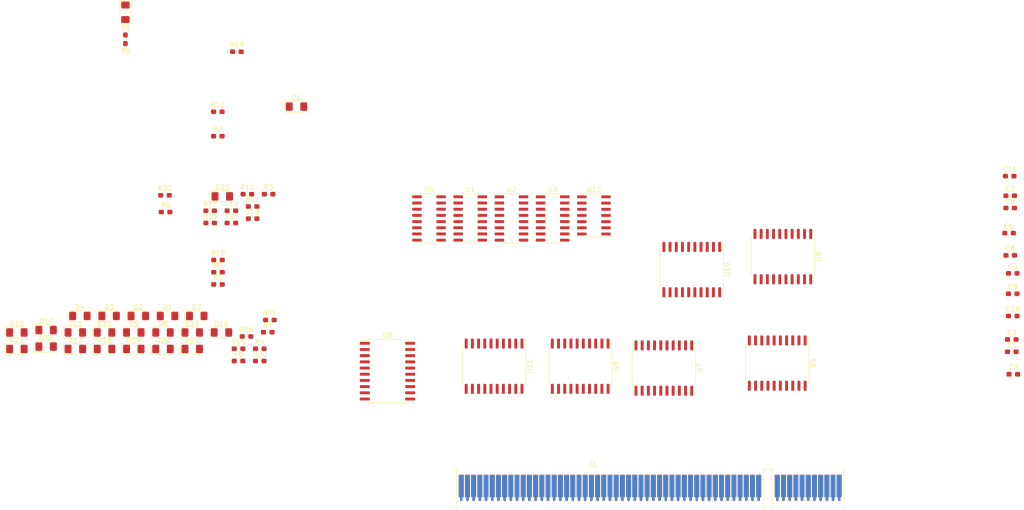
<source format=kicad_pcb>
(kicad_pcb (version 20171130) (host pcbnew "(5.1.5)-3")
  (layers (0 F.Cu signal) (31 B.Cu signal) (34 B.Paste user) (35 F.Paste user) (36 B.SilkS user) (37 F.SilkS user) (38 B.Mask user) (39 F.Mask user) (44 Edge.Cuts user))
  (net 0 "")
  (net 1 +5V)
  (net 2 GND)
  (net 3 "Net-(D1-Pad2)")
  (net 4 "Net-(D2-Pad2)")
  (net 5 "Net-(D3-Pad2)")
  (net 6 "Net-(D4-Pad2)")
  (net 7 "Net-(D5-Pad2)")
  (net 8 "Net-(D6-Pad2)")
  (net 9 "Net-(D7-Pad2)")
  (net 10 "Net-(D8-Pad2)")
  (net 11 "Net-(D9-Pad2)")
  (net 12 "Net-(D10-Pad2)")
  (net 13 "Net-(D11-Pad2)")
  (net 14 "Net-(D12-Pad2)")
  (net 15 "Net-(D13-Pad2)")
  (net 16 "Net-(D14-Pad2)")
  (net 17 "Net-(D15-Pad2)")
  (net 18 "Net-(D16-Pad2)")
  (net 19 "Net-(D17-Pad2)")
  (net 20 "Net-(D18-Pad2)")
  (net 21 "Net-(D19-Pad2)")
  (net 22 "Net-(D20-Pad2)")
  (net 23 "Net-(D21-Pad2)")
  (net 24 "Net-(D22-Pad2)")
  (net 25 "Net-(D23-Pad2)")
  (net 26 /d_bus_read)
  (net 27 /d_bus_15)
  (net 28 /d_bus_write)
  (net 29 /d_bus_14)
  (net 30 /a_bus_write)
  (net 31 /d_bus_13)
  (net 32 /reg_inc)
  (net 33 /d_bus_12)
  (net 34 /reg_dec)
  (net 35 /d_bus_11)
  (net 36 /reg_carry)
  (net 37 /d_bus_10)
  (net 38 /reg_borrow)
  (net 39 /d_bus_09)
  (net 40 /d_bus_08)
  (net 41 /d_bus_07)
  (net 42 /d_bus_06)
  (net 43 /d_bus_05)
  (net 44 /RST)
  (net 45 /d_bus_04)
  (net 46 /d_bus_03)
  (net 47 /HLT)
  (net 48 /d_bus_02)
  (net 49 /~CLK)
  (net 50 /d_bus_01)
  (net 51 /CLK)
  (net 52 /d_bus_00)
  (net 53 /a_bus_00)
  (net 54 /a_bus_01)
  (net 55 /a_bus_02)
  (net 56 /a_bus_03)
  (net 57 /a_bus_04)
  (net 58 /a_bus_05)
  (net 59 /a_bus_06)
  (net 60 /a_bus_07)
  (net 61 /a_bus_08)
  (net 62 /a_bus_09)
  (net 63 /a_bus_10)
  (net 64 /a_bus_11)
  (net 65 /a_bus_12)
  (net 66 /a_bus_13)
  (net 67 /a_bus_14)
  (net 68 /a_bus_15)
  (net 69 /reg_01)
  (net 70 /reg_00)
  (net 71 /reg_02)
  (net 72 /reg_03)
  (net 73 "Net-(U1-Pad12)")
  (net 74 "Net-(U1-Pad13)")
  (net 75 "Net-(U2-Pad13)")
  (net 76 "Net-(U2-Pad12)")
  (net 77 /reg_07)
  (net 78 /reg_06)
  (net 79 /reg_04)
  (net 80 /reg_05)
  (net 81 /reg_09)
  (net 82 /reg_08)
  (net 83 /reg_10)
  (net 84 /reg_11)
  (net 85 "Net-(U3-Pad12)")
  (net 86 "Net-(U3-Pad13)")
  (net 87 /reg_15)
  (net 88 /reg_14)
  (net 89 /reg_12)
  (net 90 /reg_13)
  (net 91 "Net-(U11-Pad9)")
  (net 92 "Net-(U11-Pad11)")
  (net 93 "Net-(U12-Pad11)")
  (net 94 "Net-(U12-Pad12)")
  (net 95 "Net-(U12-Pad13)")
  (net 96 "Net-(J1-PadB1)")
  (net 97 "Net-(J1-PadB2)")
  (net 98 "Net-(J1-PadB3)")
  (net 99 "Net-(J1-PadB4)")
  (net 100 "Net-(J1-PadB5)")
  (net 101 "Net-(J1-PadB6)")
  (net 102 "Net-(J1-PadB7)")
  (net 103 "Net-(J1-PadB8)")
  (net 104 "Net-(J1-PadB9)")
  (net 105 "Net-(J1-PadB10)")
  (net 106 "Net-(J1-PadB54)")
  (net 107 "Net-(J1-PadB55)")
  (net 108 /~DBG)
  (net 109 "Net-(J1-PadA1)")
  (net 110 "Net-(J1-PadA2)")
  (net 111 "Net-(J1-PadA3)")
  (net 112 "Net-(J1-PadA4)")
  (net 113 "Net-(J1-PadA5)")
  (net 114 "Net-(J1-PadA6)")
  (net 115 "Net-(J1-PadA7)")
  (net 116 "Net-(J1-PadA8)")
  (net 117 "Net-(J1-PadA9)")
  (net 118 "Net-(J1-PadA10)")
  (net 119 "Net-(J1-PadA11)")
  (net 120 "Net-(J1-PadA12)")
  (net 121 "Net-(J1-PadA13)")
  (net 122 "Net-(J1-PadA14)")
  (net 123 "Net-(J1-PadA15)")
  (net 124 "Net-(J1-PadA16)")
  (net 125 "Net-(J1-PadA17)")
  (net 126 "Net-(J1-PadA18)")
  (net 127 "Net-(J1-PadA19)")
  (net 128 "Net-(J1-PadA20)")
  (net 129 "Net-(J1-PadA21)")
  (net 130 "Net-(J1-PadA22)")
  (net 131 "Net-(J1-PadA23)")
  (net 132 "Net-(J1-PadA24)")
  (net 133 "Net-(J1-PadA25)")
  (net 134 "Net-(J1-PadA26)")
  (net 135 "Net-(J1-PadA27)")
  (net 136 "Net-(J1-PadA28)")
  (net 137 "Net-(J1-PadA29)")
  (net 138 "Net-(J1-PadA30)")
  (net 139 "Net-(J1-PadA31)")
  (net 140 "Net-(J1-PadA32)")
  (net 141 "Net-(J1-PadA33)")
  (net 142 "Net-(J1-PadA34)")
  (net 143 "Net-(J1-PadA35)")
  (net 144 "Net-(J1-PadA36)")
  (net 145 "Net-(J1-PadA37)")
  (net 146 "Net-(J1-PadA38)")
  (net 147 "Net-(J1-PadA39)")
  (net 148 "Net-(J1-PadA40)")
  (net 149 "Net-(J1-PadA41)")
  (net 150 "Net-(J1-PadA42)")
  (net 151 "Net-(J1-PadA43)")
  (net 152 "Net-(J1-PadA44)")
  (net 153 "Net-(J1-PadA45)")
  (net 154 "Net-(J1-PadA46)")
  (net 155 "Net-(J1-PadA47)")
  (net 156 "Net-(J1-PadA48)")
  (net 157 "Net-(J1-PadA49)")
  (net 158 "Net-(J1-PadA54)")
  (net 159 "Net-(J1-PadA55)")
  (net 160 "Net-(J1-PadA56)")
  (net 161 "Net-(J1-PadA57)")
  (net 162 "Net-(J1-PadA58)")
  (net 163 "Net-(J1-PadA59)")
  (net 164 "Net-(J1-PadA60)")
  (net 165 /~d_bus_read)
  (net 166 /~d_bus_write_CLK)
  (net 167 /~a_bus_write_CLK)
  (net 168 "Net-(R1-Pad1)")
  (net 169 "Net-(R2-Pad1)")
  (net 170 "Net-(R3-Pad1)")
  (net 171 "Net-(R4-Pad1)")
  (net 172 "Net-(R5-Pad1)")
  (net 173 "Net-(R6-Pad1)")
  (net 174 "Net-(R7-Pad1)")
  (net 175 "Net-(R8-Pad1)")
  (net 176 "Net-(R9-Pad1)")
  (net 177 "Net-(R10-Pad1)")
  (net 178 "Net-(R11-Pad1)")
  (net 179 "Net-(R12-Pad1)")
  (net 180 "Net-(R13-Pad1)")
  (net 181 "Net-(R14-Pad1)")
  (net 182 "Net-(R15-Pad1)")
  (net 183 "Net-(R16-Pad1)")
  (net 184 "Net-(R17-Pad1)")
  (net 185 "Net-(R18-Pad1)")
  (net 186 "Net-(R19-Pad1)")
  (net 187 "Net-(R20-Pad1)")
  (net 188 "Net-(R21-Pad1)")
  (net 189 "Net-(R22-Pad1)")
  (net 190 "Net-(R23-Pad1)")
  (module Capacitor_SMD:C_0603_1608Metric_Pad1.05x0.95mm_HandSolder (layer F.Cu) (at 151.958001 72.471001)
    (fp_text reference C1 (at 0 -1.43) (layer F.SilkS))
    (fp_text value 0.1uF)
    (pad 2 smd roundrect (at 0.875 0) (size 1.05 0.95) (layers F.Cu F.Paste F.Mask) (net 1 +5V))
    (pad 1 smd roundrect (at -0.875 0) (size 1.05 0.95) (layers F.Cu F.Paste F.Mask) (net 2 GND))
  )
  (module Capacitor_SMD:C_0603_1608Metric_Pad1.05x0.95mm_HandSolder (layer F.Cu) (at 151.958001 69.961001)
    (fp_text reference C2 (at 0 -1.43) (layer F.SilkS))
    (fp_text value 0.1uF)
    (pad 1 smd roundrect (at -0.875 0) (size 1.05 0.95) (layers F.Cu F.Paste F.Mask) (net 2 GND))
    (pad 2 smd roundrect (at 0.875 0) (size 1.05 0.95) (layers F.Cu F.Paste F.Mask) (net 1 +5V))
  )
  (module Capacitor_SMD:C_0603_1608Metric_Pad1.05x0.95mm_HandSolder (layer F.Cu) (at 152.273 77.089)
    (fp_text reference C3 (at 0 -1.43) (layer F.SilkS))
    (fp_text value 0.1uF)
    (pad 1 smd roundrect (at -0.875 0) (size 1.05 0.95) (layers F.Cu F.Paste F.Mask) (net 2 GND))
    (pad 2 smd roundrect (at 0.875 0) (size 1.05 0.95) (layers F.Cu F.Paste F.Mask) (net 1 +5V))
  )
  (module Capacitor_SMD:C_0603_1608Metric_Pad1.05x0.95mm_HandSolder (layer F.Cu) (at 152.16 56.388)
    (fp_text reference C4 (at 0 -1.43) (layer F.SilkS))
    (fp_text value 0.1uF)
    (pad 1 smd roundrect (at -0.875 0) (size 1.05 0.95) (layers F.Cu F.Paste F.Mask) (net 2 GND))
    (pad 2 smd roundrect (at 0.875 0) (size 1.05 0.95) (layers F.Cu F.Paste F.Mask) (net 1 +5V))
  )
  (module Capacitor_SMD:C_0603_1608Metric_Pad1.05x0.95mm_HandSolder (layer F.Cu) (at 151.625001 42.986001)
    (fp_text reference C5 (at 0 -1.43) (layer F.SilkS))
    (fp_text value 0.1uF)
    (pad 2 smd roundrect (at 0.875 0) (size 1.05 0.95) (layers F.Cu F.Paste F.Mask) (net 1 +5V))
    (pad 1 smd roundrect (at -0.875 0) (size 1.05 0.95) (layers F.Cu F.Paste F.Mask) (net 2 GND))
  )
  (module Capacitor_SMD:C_0603_1608Metric_Pad1.05x0.95mm_HandSolder (layer F.Cu) (at 151.398 48.133)
    (fp_text reference C6 (at 0 -1.43) (layer F.SilkS))
    (fp_text value 0.1uF)
    (pad 2 smd roundrect (at 0.875 0) (size 1.05 0.95) (layers F.Cu F.Paste F.Mask) (net 1 +5V))
    (pad 1 smd roundrect (at -0.875 0) (size 1.05 0.95) (layers F.Cu F.Paste F.Mask) (net 2 GND))
  )
  (module Capacitor_SMD:C_0603_1608Metric_Pad1.05x0.95mm_HandSolder (layer F.Cu) (at 151.625001 40.476001)
    (fp_text reference C7 (at 0 -1.43) (layer F.SilkS))
    (fp_text value 0.1uF)
    (pad 1 smd roundrect (at -0.875 0) (size 1.05 0.95) (layers F.Cu F.Paste F.Mask) (net 2 GND))
    (pad 2 smd roundrect (at 0.875 0) (size 1.05 0.95) (layers F.Cu F.Paste F.Mask) (net 1 +5V))
  )
  (module Capacitor_SMD:C_0603_1608Metric_Pad1.05x0.95mm_HandSolder (layer F.Cu) (at 151.638 52.705)
    (fp_text reference C8 (at 0 -1.43) (layer F.SilkS))
    (fp_text value 0.1uF)
    (pad 2 smd roundrect (at 0.875 0) (size 1.05 0.95) (layers F.Cu F.Paste F.Mask) (net 1 +5V))
    (pad 1 smd roundrect (at -0.875 0) (size 1.05 0.95) (layers F.Cu F.Paste F.Mask) (net 2 GND))
  )
  (module Capacitor_SMD:C_0603_1608Metric_Pad1.05x0.95mm_HandSolder (layer F.Cu) (at 152.16 60.579)
    (fp_text reference C9 (at 0 -1.43) (layer F.SilkS))
    (fp_text value 0.1uF)
    (pad 1 smd roundrect (at -0.875 0) (size 1.05 0.95) (layers F.Cu F.Paste F.Mask) (net 2 GND))
    (pad 2 smd roundrect (at 0.875 0) (size 1.05 0.95) (layers F.Cu F.Paste F.Mask) (net 1 +5V))
  )
  (module Capacitor_SMD:C_0603_1608Metric_Pad1.05x0.95mm_HandSolder (layer F.Cu) (at 152.16 65.151)
    (fp_text reference C10 (at 0 -1.43) (layer F.SilkS))
    (fp_text value 0.1uF)
    (pad 2 smd roundrect (at 0.875 0) (size 1.05 0.95) (layers F.Cu F.Paste F.Mask) (net 1 +5V))
    (pad 1 smd roundrect (at -0.875 0) (size 1.05 0.95) (layers F.Cu F.Paste F.Mask) (net 2 GND))
  )
  (module Capacitor_SMD:C_0603_1608Metric_Pad1.05x0.95mm_HandSolder (layer F.Cu) (at 151.525 36.449)
    (fp_text reference C11 (at 0 -1.43) (layer F.SilkS))
    (fp_text value 0.1uF)
    (pad 1 smd roundrect (at -0.875 0) (size 1.05 0.95) (layers F.Cu F.Paste F.Mask) (net 2 GND))
    (pad 2 smd roundrect (at 0.875 0) (size 1.05 0.95) (layers F.Cu F.Paste F.Mask) (net 1 +5V))
  )
  (module Capacitor_SMD:C_0603_1608Metric_Pad1.05x0.95mm_HandSolder (layer F.Cu) (at -3.647999 45.175001)
    (fp_text reference C12 (at 0 -1.43) (layer F.SilkS))
    (fp_text value 0.1uF)
    (pad 2 smd roundrect (at 0.875 0) (size 1.05 0.95) (layers F.Cu F.Paste F.Mask) (net 1 +5V))
    (pad 1 smd roundrect (at -0.875 0) (size 1.05 0.95) (layers F.Cu F.Paste F.Mask) (net 2 GND))
  )
  (module LED_SMD:LED_1206_3216Metric_Pad1.42x1.75mm_HandSolder (layer F.Cu) (at -21.082999 65.126001)
    (fp_text reference D1 (at 0 -1.82) (layer F.SilkS))
    (fp_text value D_RED)
    (pad 1 smd roundrect (at -1.4875 0) (size 1.425 1.75) (layers F.Cu F.Paste F.Mask) (roundrect_rratio 0.175439) (net 2 GND))
    (pad 2 smd roundrect (at 1.4875 0) (size 1.425 1.75) (layers F.Cu F.Paste F.Mask) (roundrect_rratio 0.175439) (net 3 "Net-(D1-Pad2)"))
  )
  (module LED_SMD:LED_1206_3216Metric_Pad1.42x1.75mm_HandSolder (layer F.Cu) (at -27.072999 65.126001)
    (fp_text reference D2 (at 0 -1.82) (layer F.SilkS))
    (fp_text value D_RED)
    (pad 2 smd roundrect (at 1.4875 0) (size 1.425 1.75) (layers F.Cu F.Paste F.Mask) (roundrect_rratio 0.175439) (net 4 "Net-(D2-Pad2)"))
    (pad 1 smd roundrect (at -1.4875 0) (size 1.425 1.75) (layers F.Cu F.Paste F.Mask) (roundrect_rratio 0.175439) (net 2 GND))
  )
  (module LED_SMD:LED_1206_3216Metric_Pad1.42x1.75mm_HandSolder (layer F.Cu) (at -33.062999 65.126001)
    (fp_text reference D3 (at 0 -1.82) (layer F.SilkS))
    (fp_text value D_RED)
    (pad 1 smd roundrect (at -1.4875 0) (size 1.425 1.75) (layers F.Cu F.Paste F.Mask) (roundrect_rratio 0.175439) (net 2 GND))
    (pad 2 smd roundrect (at 1.4875 0) (size 1.425 1.75) (layers F.Cu F.Paste F.Mask) (roundrect_rratio 0.175439) (net 5 "Net-(D3-Pad2)"))
  )
  (module LED_SMD:LED_1206_3216Metric_Pad1.42x1.75mm_HandSolder (layer F.Cu) (at -39.052999 65.126001)
    (fp_text reference D4 (at 0 -1.82) (layer F.SilkS))
    (fp_text value D_RED)
    (pad 2 smd roundrect (at 1.4875 0) (size 1.425 1.75) (layers F.Cu F.Paste F.Mask) (roundrect_rratio 0.175439) (net 6 "Net-(D4-Pad2)"))
    (pad 1 smd roundrect (at -1.4875 0) (size 1.425 1.75) (layers F.Cu F.Paste F.Mask) (roundrect_rratio 0.175439) (net 2 GND))
  )
  (module LED_SMD:LED_1206_3216Metric_Pad1.42x1.75mm_HandSolder (layer F.Cu) (at -29.718 2.8305 270)
    (fp_text reference D5 (at 3.1385 0 180) (layer F.SilkS))
    (fp_text value D_RED)
    (pad 1 smd roundrect (at -1.4875 0 270) (size 1.425 1.75) (layers F.Cu F.Paste F.Mask) (roundrect_rratio 0.175439) (net 2 GND))
    (pad 2 smd roundrect (at 1.4875 0 270) (size 1.425 1.75) (layers F.Cu F.Paste F.Mask) (roundrect_rratio 0.175439) (net 7 "Net-(D5-Pad2)"))
  )
  (module LED_SMD:LED_1206_3216Metric_Pad1.42x1.75mm_HandSolder (layer F.Cu) (at 5.356001 22.180001)
    (fp_text reference D6 (at 0 -1.82) (layer F.SilkS))
    (fp_text value D_RED)
    (pad 1 smd roundrect (at -1.4875 0) (size 1.425 1.75) (layers F.Cu F.Paste F.Mask) (roundrect_rratio 0.175439) (net 2 GND))
    (pad 2 smd roundrect (at 1.4875 0) (size 1.425 1.75) (layers F.Cu F.Paste F.Mask) (roundrect_rratio 0.175439) (net 8 "Net-(D6-Pad2)"))
  )
  (module LED_SMD:LED_1206_3216Metric_Pad1.42x1.75mm_HandSolder (layer F.Cu) (at -15.092999 65.126001)
    (fp_text reference D7 (at 0 -1.82) (layer F.SilkS))
    (fp_text value D_RED)
    (pad 1 smd roundrect (at -1.4875 0) (size 1.425 1.75) (layers F.Cu F.Paste F.Mask) (roundrect_rratio 0.175439) (net 2 GND))
    (pad 2 smd roundrect (at 1.4875 0) (size 1.425 1.75) (layers F.Cu F.Paste F.Mask) (roundrect_rratio 0.175439) (net 9 "Net-(D7-Pad2)"))
  )
  (module LED_SMD:LED_1206_3216Metric_Pad1.42x1.75mm_HandSolder (layer F.Cu) (at -22.012999 68.516001)
    (fp_text reference D8 (at 0 -1.82) (layer F.SilkS))
    (fp_text value D_RED)
    (pad 2 smd roundrect (at 1.4875 0) (size 1.425 1.75) (layers F.Cu F.Paste F.Mask) (roundrect_rratio 0.175439) (net 10 "Net-(D8-Pad2)"))
    (pad 1 smd roundrect (at -1.4875 0) (size 1.425 1.75) (layers F.Cu F.Paste F.Mask) (roundrect_rratio 0.175439) (net 2 GND))
  )
  (module LED_SMD:LED_1206_3216Metric_Pad1.42x1.75mm_HandSolder (layer F.Cu) (at -28.002999 68.516001)
    (fp_text reference D9 (at 0 -1.82) (layer F.SilkS))
    (fp_text value D_RED)
    (pad 2 smd roundrect (at 1.4875 0) (size 1.425 1.75) (layers F.Cu F.Paste F.Mask) (roundrect_rratio 0.175439) (net 11 "Net-(D9-Pad2)"))
    (pad 1 smd roundrect (at -1.4875 0) (size 1.425 1.75) (layers F.Cu F.Paste F.Mask) (roundrect_rratio 0.175439) (net 2 GND))
  )
  (module LED_SMD:LED_1206_3216Metric_Pad1.42x1.75mm_HandSolder (layer F.Cu) (at -33.992999 68.516001)
    (fp_text reference D10 (at 0 -1.82) (layer F.SilkS))
    (fp_text value D_RED)
    (pad 2 smd roundrect (at 1.4875 0) (size 1.425 1.75) (layers F.Cu F.Paste F.Mask) (roundrect_rratio 0.175439) (net 12 "Net-(D10-Pad2)"))
    (pad 1 smd roundrect (at -1.4875 0) (size 1.425 1.75) (layers F.Cu F.Paste F.Mask) (roundrect_rratio 0.175439) (net 2 GND))
  )
  (module LED_SMD:LED_1206_3216Metric_Pad1.42x1.75mm_HandSolder (layer F.Cu) (at -39.982999 68.516001)
    (fp_text reference D11 (at 0 -1.82) (layer F.SilkS))
    (fp_text value D_RED)
    (pad 2 smd roundrect (at 1.4875 0) (size 1.425 1.75) (layers F.Cu F.Paste F.Mask) (roundrect_rratio 0.175439) (net 13 "Net-(D11-Pad2)"))
    (pad 1 smd roundrect (at -1.4875 0) (size 1.425 1.75) (layers F.Cu F.Paste F.Mask) (roundrect_rratio 0.175439) (net 2 GND))
  )
  (module LED_SMD:LED_1206_3216Metric_Pad1.42x1.75mm_HandSolder (layer F.Cu) (at -45.972999 68.026001)
    (fp_text reference D12 (at 0 -1.82) (layer F.SilkS))
    (fp_text value D_RED)
    (pad 2 smd roundrect (at 1.4875 0) (size 1.425 1.75) (layers F.Cu F.Paste F.Mask) (roundrect_rratio 0.175439) (net 14 "Net-(D12-Pad2)"))
    (pad 1 smd roundrect (at -1.4875 0) (size 1.425 1.75) (layers F.Cu F.Paste F.Mask) (roundrect_rratio 0.175439) (net 2 GND))
  )
  (module LED_SMD:LED_1206_3216Metric_Pad1.42x1.75mm_HandSolder (layer F.Cu) (at -45.972999 71.416001)
    (fp_text reference D13 (at 0 -1.82) (layer F.SilkS))
    (fp_text value D_RED)
    (pad 2 smd roundrect (at 1.4875 0) (size 1.425 1.75) (layers F.Cu F.Paste F.Mask) (roundrect_rratio 0.175439) (net 15 "Net-(D13-Pad2)"))
    (pad 1 smd roundrect (at -1.4875 0) (size 1.425 1.75) (layers F.Cu F.Paste F.Mask) (roundrect_rratio 0.175439) (net 2 GND))
  )
  (module LED_SMD:LED_1206_3216Metric_Pad1.42x1.75mm_HandSolder (layer F.Cu) (at -16.022999 68.516001)
    (fp_text reference D14 (at 0 -1.82) (layer F.SilkS))
    (fp_text value D_RED)
    (pad 2 smd roundrect (at 1.4875 0) (size 1.425 1.75) (layers F.Cu F.Paste F.Mask) (roundrect_rratio 0.175439) (net 16 "Net-(D14-Pad2)"))
    (pad 1 smd roundrect (at -1.4875 0) (size 1.425 1.75) (layers F.Cu F.Paste F.Mask) (roundrect_rratio 0.175439) (net 2 GND))
  )
  (module LED_SMD:LED_1206_3216Metric_Pad1.42x1.75mm_HandSolder (layer F.Cu) (at -51.962999 68.516001)
    (fp_text reference D15 (at 0 -1.82) (layer F.SilkS))
    (fp_text value D_RED)
    (pad 1 smd roundrect (at -1.4875 0) (size 1.425 1.75) (layers F.Cu F.Paste F.Mask) (roundrect_rratio 0.175439) (net 2 GND))
    (pad 2 smd roundrect (at 1.4875 0) (size 1.425 1.75) (layers F.Cu F.Paste F.Mask) (roundrect_rratio 0.175439) (net 17 "Net-(D15-Pad2)"))
  )
  (module LED_SMD:LED_1206_3216Metric_Pad1.42x1.75mm_HandSolder (layer F.Cu) (at -10.032999 68.516001)
    (fp_text reference D16 (at 0 -1.82) (layer F.SilkS))
    (fp_text value D_RED)
    (pad 1 smd roundrect (at -1.4875 0) (size 1.425 1.75) (layers F.Cu F.Paste F.Mask) (roundrect_rratio 0.175439) (net 2 GND))
    (pad 2 smd roundrect (at 1.4875 0) (size 1.425 1.75) (layers F.Cu F.Paste F.Mask) (roundrect_rratio 0.175439) (net 18 "Net-(D16-Pad2)"))
  )
  (module LED_SMD:LED_1206_3216Metric_Pad1.42x1.75mm_HandSolder (layer F.Cu) (at -39.982999 71.906001)
    (fp_text reference D17 (at 0 -1.82) (layer F.SilkS))
    (fp_text value D_AMBER)
    (pad 1 smd roundrect (at -1.4875 0) (size 1.425 1.75) (layers F.Cu F.Paste F.Mask) (roundrect_rratio 0.175439) (net 2 GND))
    (pad 2 smd roundrect (at 1.4875 0) (size 1.425 1.75) (layers F.Cu F.Paste F.Mask) (roundrect_rratio 0.175439) (net 19 "Net-(D17-Pad2)"))
  )
  (module LED_SMD:LED_1206_3216Metric_Pad1.42x1.75mm_HandSolder (layer F.Cu) (at -33.992999 71.906001)
    (fp_text reference D18 (at 0 -1.82) (layer F.SilkS))
    (fp_text value D_AMBER)
    (pad 1 smd roundrect (at -1.4875 0) (size 1.425 1.75) (layers F.Cu F.Paste F.Mask) (roundrect_rratio 0.175439) (net 2 GND))
    (pad 2 smd roundrect (at 1.4875 0) (size 1.425 1.75) (layers F.Cu F.Paste F.Mask) (roundrect_rratio 0.175439) (net 20 "Net-(D18-Pad2)"))
  )
  (module LED_SMD:LED_1206_3216Metric_Pad1.42x1.75mm_HandSolder (layer F.Cu) (at -28.002999 71.906001)
    (fp_text reference D19 (at 0 -1.82) (layer F.SilkS))
    (fp_text value D_AMBER)
    (pad 1 smd roundrect (at -1.4875 0) (size 1.425 1.75) (layers F.Cu F.Paste F.Mask) (roundrect_rratio 0.175439) (net 2 GND))
    (pad 2 smd roundrect (at 1.4875 0) (size 1.425 1.75) (layers F.Cu F.Paste F.Mask) (roundrect_rratio 0.175439) (net 21 "Net-(D19-Pad2)"))
  )
  (module LED_SMD:LED_1206_3216Metric_Pad1.42x1.75mm_HandSolder (layer F.Cu) (at -22.012999 71.906001)
    (fp_text reference D20 (at 0 -1.82) (layer F.SilkS))
    (fp_text value D_AMBER)
    (pad 1 smd roundrect (at -1.4875 0) (size 1.425 1.75) (layers F.Cu F.Paste F.Mask) (roundrect_rratio 0.175439) (net 2 GND))
    (pad 2 smd roundrect (at 1.4875 0) (size 1.425 1.75) (layers F.Cu F.Paste F.Mask) (roundrect_rratio 0.175439) (net 22 "Net-(D20-Pad2)"))
  )
  (module LED_SMD:LED_1206_3216Metric_Pad1.42x1.75mm_HandSolder (layer F.Cu) (at -16.022999 71.906001)
    (fp_text reference D21 (at 0 -1.82) (layer F.SilkS))
    (fp_text value D_AMBER)
    (pad 1 smd roundrect (at -1.4875 0) (size 1.425 1.75) (layers F.Cu F.Paste F.Mask) (roundrect_rratio 0.175439) (net 2 GND))
    (pad 2 smd roundrect (at 1.4875 0) (size 1.425 1.75) (layers F.Cu F.Paste F.Mask) (roundrect_rratio 0.175439) (net 23 "Net-(D21-Pad2)"))
  )
  (module LED_SMD:LED_1206_3216Metric_Pad1.42x1.75mm_HandSolder (layer F.Cu) (at -51.962999 71.906001)
    (fp_text reference D22 (at 0 -1.82) (layer F.SilkS))
    (fp_text value D_AMBER)
    (pad 2 smd roundrect (at 1.4875 0) (size 1.425 1.75) (layers F.Cu F.Paste F.Mask) (roundrect_rratio 0.175439) (net 24 "Net-(D22-Pad2)"))
    (pad 1 smd roundrect (at -1.4875 0) (size 1.425 1.75) (layers F.Cu F.Paste F.Mask) (roundrect_rratio 0.175439) (net 2 GND))
  )
  (module LED_SMD:LED_1206_3216Metric_Pad1.42x1.75mm_HandSolder (layer F.Cu) (at -9.862999 40.595001)
    (fp_text reference D23 (at 0 -1.82) (layer F.SilkS))
    (fp_text value D_AMBER)
    (pad 2 smd roundrect (at 1.4875 0) (size 1.425 1.75) (layers F.Cu F.Paste F.Mask) (roundrect_rratio 0.175439) (net 25 "Net-(D23-Pad2)"))
    (pad 1 smd roundrect (at -1.4875 0) (size 1.425 1.75) (layers F.Cu F.Paste F.Mask) (roundrect_rratio 0.175439) (net 2 GND))
  )
  (module Connector_PCBEdge:BUS_PCI (layer F.Cu) (at 77.851 101.346)
    (fp_text reference J1 (at -11.81 -5.78) (layer F.SilkS))
    (fp_text value Interconnect)
    (pad B1 connect rect (at -38.73 -1.33) (size 1.02 4.57) (layers F.Cu F.Mask) (net 96 "Net-(J1-PadB1)"))
    (pad B2 connect rect (at -37.46 -1.33) (size 1.02 4.57) (layers F.Cu F.Mask) (net 97 "Net-(J1-PadB2)"))
    (pad B3 connect rect (at -36.2 -1.33) (size 1.02 4.57) (layers F.Cu F.Mask) (net 98 "Net-(J1-PadB3)"))
    (pad B4 connect rect (at -34.92 -1.33) (size 1.02 4.57) (layers F.Cu F.Mask) (net 99 "Net-(J1-PadB4)"))
    (pad B5 connect rect (at -33.65 -1.33) (size 1.02 4.57) (layers F.Cu F.Mask) (net 100 "Net-(J1-PadB5)"))
    (pad B6 connect rect (at -32.38 -1.33) (size 1.02 4.57) (layers F.Cu F.Mask) (net 101 "Net-(J1-PadB6)"))
    (pad B7 connect rect (at -31.11 -1.33) (size 1.02 4.57) (layers F.Cu F.Mask) (net 102 "Net-(J1-PadB7)"))
    (pad B8 connect rect (at -29.84 -1.33) (size 1.02 4.57) (layers F.Cu F.Mask) (net 103 "Net-(J1-PadB8)"))
    (pad B9 connect rect (at -28.57 -1.33) (size 1.02 4.57) (layers F.Cu F.Mask) (net 104 "Net-(J1-PadB9)"))
    (pad B10 connect rect (at -27.3 -1.33) (size 1.02 4.57) (layers F.Cu F.Mask) (net 105 "Net-(J1-PadB10)"))
    (pad B11 connect rect (at -26.03 -1.33) (size 1.02 4.57) (layers F.Cu F.Mask) (net 26 /d_bus_read))
    (pad B12 connect rect (at -24.77 -1.33) (size 1.02 4.57) (layers F.Cu F.Mask) (net 28 /d_bus_write))
    (pad B13 connect rect (at -23.49 -1.33) (size 1.02 4.57) (layers F.Cu F.Mask) (net 30 /a_bus_write))
    (pad B14 connect rect (at -22.22 -1.33) (size 1.02 4.57) (layers F.Cu F.Mask) (net 32 /reg_inc))
    (pad B15 connect rect (at -20.95 -1.33) (size 1.02 4.57) (layers F.Cu F.Mask) (net 34 /reg_dec))
    (pad B16 connect rect (at -19.68 -1.33) (size 1.02 4.57) (layers F.Cu F.Mask) (net 36 /reg_carry))
    (pad B17 connect rect (at -18.41 -1.33) (size 1.02 4.57) (layers F.Cu F.Mask) (net 38 /reg_borrow))
    (pad B18 connect rect (at -17.14 -1.33) (size 1.02 4.57) (layers F.Cu F.Mask) (net 68 /a_bus_15))
    (pad B19 connect rect (at -15.88 -1.33) (size 1.02 4.57) (layers F.Cu F.Mask) (net 67 /a_bus_14))
    (pad B20 connect rect (at -14.6 -1.33) (size 1.02 4.57) (layers F.Cu F.Mask) (net 66 /a_bus_13))
    (pad B21 connect rect (at -13.34 -1.33) (size 1.02 4.57) (layers F.Cu F.Mask) (net 65 /a_bus_12))
    (pad B22 connect rect (at -12.06 -1.33) (size 1.02 4.57) (layers F.Cu F.Mask) (net 64 /a_bus_11))
    (pad B23 connect rect (at -10.79 -1.33) (size 1.02 4.57) (layers F.Cu F.Mask) (net 63 /a_bus_10))
    (pad B24 connect rect (at -9.52 -1.33) (size 1.02 4.57) (layers F.Cu F.Mask) (net 62 /a_bus_09))
    (pad B25 connect rect (at -8.25 -1.33) (size 1.02 4.57) (layers F.Cu F.Mask) (net 61 /a_bus_08))
    (pad B26 connect rect (at -6.98 -1.33) (size 1.02 4.57) (layers F.Cu F.Mask) (net 60 /a_bus_07))
    (pad B27 connect rect (at -5.71 -1.33) (size 1.02 4.57) (layers F.Cu F.Mask) (net 59 /a_bus_06))
    (pad B28 connect rect (at -4.44 -1.33) (size 1.02 4.57) (layers F.Cu F.Mask) (net 58 /a_bus_05))
    (pad B29 connect rect (at -3.17 -1.33) (size 1.02 4.57) (layers F.Cu F.Mask) (net 57 /a_bus_04))
    (pad B30 connect rect (at -1.9 -1.33) (size 1.02 4.57) (layers F.Cu F.Mask) (net 56 /a_bus_03))
    (pad B31 connect rect (at -0.63 -1.33) (size 1.02 4.57) (layers F.Cu F.Mask) (net 55 /a_bus_02))
    (pad B32 connect rect (at 0.64 -1.33) (size 1.02 4.57) (layers F.Cu F.Mask) (net 54 /a_bus_01))
    (pad B33 connect rect (at 1.91 -1.33) (size 1.02 4.57) (layers F.Cu F.Mask) (net 53 /a_bus_00))
    (pad B34 connect rect (at 3.18 -1.33) (size 1.02 4.57) (layers F.Cu F.Mask) (net 27 /d_bus_15))
    (pad B35 connect rect (at 4.45 -1.33) (size 1.02 4.57) (layers F.Cu F.Mask) (net 29 /d_bus_14))
    (pad B36 connect rect (at 5.72 -1.33) (size 1.02 4.57) (layers F.Cu F.Mask) (net 31 /d_bus_13))
    (pad B37 connect rect (at 6.99 -1.33) (size 1.02 4.57) (layers F.Cu F.Mask) (net 33 /d_bus_12))
    (pad B38 connect rect (at 8.26 -1.33) (size 1.02 4.57) (layers F.Cu F.Mask) (net 35 /d_bus_11))
    (pad B39 connect rect (at 9.53 -1.33) (size 1.02 4.57) (layers F.Cu F.Mask) (net 37 /d_bus_10))
    (pad B40 connect rect (at 10.8 -1.33) (size 1.02 4.57) (layers F.Cu F.Mask) (net 39 /d_bus_09))
    (pad B41 connect rect (at 12.07 -1.33) (size 1.02 4.57) (layers F.Cu F.Mask) (net 40 /d_bus_08))
    (pad B42 connect rect (at 13.34 -1.33) (size 1.02 4.57) (layers F.Cu F.Mask) (net 41 /d_bus_07))
    (pad B43 connect rect (at 14.61 -1.33) (size 1.02 4.57) (layers F.Cu F.Mask) (net 42 /d_bus_06))
    (pad B44 connect rect (at 15.88 -1.33) (size 1.02 4.57) (layers F.Cu F.Mask) (net 43 /d_bus_05))
    (pad B45 connect rect (at 17.15 -1.33) (size 1.02 4.57) (layers F.Cu F.Mask) (net 45 /d_bus_04))
    (pad B46 connect rect (at 18.42 -1.33) (size 1.02 4.57) (layers F.Cu F.Mask) (net 46 /d_bus_03))
    (pad B47 connect rect (at 19.69 -1.33) (size 1.02 4.57) (layers F.Cu F.Mask) (net 48 /d_bus_02))
    (pad B48 connect rect (at 20.96 -1.33) (size 1.02 4.57) (layers F.Cu F.Mask) (net 50 /d_bus_01))
    (pad B49 connect rect (at 22.23 -1.33) (size 1.02 4.57) (layers F.Cu F.Mask) (net 52 /d_bus_00))
    (pad B52 connect rect (at 26.04 -1.33) (size 1.02 4.57) (layers F.Cu F.Mask) (net 1 +5V))
    (pad B53 connect rect (at 27.31 -1.33) (size 1.02 4.57) (layers F.Cu F.Mask) (net 2 GND))
    (pad B54 connect rect (at 28.58 -1.33) (size 1.02 4.57) (layers F.Cu F.Mask) (net 106 "Net-(J1-PadB54)"))
    (pad B55 connect rect (at 29.85 -1.33) (size 1.02 4.57) (layers F.Cu F.Mask) (net 107 "Net-(J1-PadB55)"))
    (pad B56 connect rect (at 31.12 -1.33) (size 1.02 4.57) (layers F.Cu F.Mask) (net 44 /RST))
    (pad B57 connect rect (at 32.39 -1.33) (size 1.02 4.57) (layers F.Cu F.Mask) (net 108 /~DBG))
    (pad B58 connect rect (at 33.66 -1.33) (size 1.02 4.57) (layers F.Cu F.Mask) (net 47 /HLT))
    (pad B59 connect rect (at 34.93 -1.33) (size 1.02 4.57) (layers F.Cu F.Mask) (net 49 /~CLK))
    (pad B60 connect rect (at 36.2 -1.33) (size 1.02 4.57) (layers F.Cu F.Mask) (net 51 /CLK))
    (pad B61 connect rect (at 37.47 -1.33) (size 1.02 4.57) (layers F.Cu F.Mask) (net 2 GND))
    (pad B62 connect rect (at 38.73 -1.33) (size 1.02 4.57) (layers F.Cu F.Mask) (net 1 +5V))
    (pad A1 connect rect (at -38.73 -1.33) (size 1.02 4.57) (layers B.Cu B.Mask) (net 109 "Net-(J1-PadA1)"))
    (pad A2 connect rect (at -37.46 -1.33) (size 1.02 4.57) (layers B.Cu B.Mask) (net 110 "Net-(J1-PadA2)"))
    (pad A3 connect rect (at -36.2 -1.33) (size 1.02 4.57) (layers B.Cu B.Mask) (net 111 "Net-(J1-PadA3)"))
    (pad A4 connect rect (at -34.92 -1.33) (size 1.02 4.57) (layers B.Cu B.Mask) (net 112 "Net-(J1-PadA4)"))
    (pad A5 connect rect (at -33.65 -1.33) (size 1.02 4.57) (layers B.Cu B.Mask) (net 113 "Net-(J1-PadA5)"))
    (pad A6 connect rect (at -32.38 -1.33) (size 1.02 4.57) (layers B.Cu B.Mask) (net 114 "Net-(J1-PadA6)"))
    (pad A7 connect rect (at -31.11 -1.33) (size 1.02 4.57) (layers B.Cu B.Mask) (net 115 "Net-(J1-PadA7)"))
    (pad A8 connect rect (at -29.84 -1.33) (size 1.02 4.57) (layers B.Cu B.Mask) (net 116 "Net-(J1-PadA8)"))
    (pad A9 connect rect (at -28.57 -1.33) (size 1.02 4.57) (layers B.Cu B.Mask) (net 117 "Net-(J1-PadA9)"))
    (pad A10 connect rect (at -27.3 -1.33) (size 1.02 4.57) (layers B.Cu B.Mask) (net 118 "Net-(J1-PadA10)"))
    (pad A11 connect rect (at -26.03 -1.33) (size 1.02 4.57) (layers B.Cu B.Mask) (net 119 "Net-(J1-PadA11)"))
    (pad A12 connect rect (at -24.77 -1.33) (size 1.02 4.57) (layers B.Cu B.Mask) (net 120 "Net-(J1-PadA12)"))
    (pad A13 connect rect (at -23.49 -1.33) (size 1.02 4.57) (layers B.Cu B.Mask) (net 121 "Net-(J1-PadA13)"))
    (pad A14 connect rect (at -22.22 -1.33) (size 1.02 4.57) (layers B.Cu B.Mask) (net 122 "Net-(J1-PadA14)"))
    (pad A15 connect rect (at -20.95 -1.33) (size 1.02 4.57) (layers B.Cu B.Mask) (net 123 "Net-(J1-PadA15)"))
    (pad A16 connect rect (at -19.68 -1.33) (size 1.02 4.57) (layers B.Cu B.Mask) (net 124 "Net-(J1-PadA16)"))
    (pad A17 connect rect (at -18.41 -1.33) (size 1.02 4.57) (layers B.Cu B.Mask) (net 125 "Net-(J1-PadA17)"))
    (pad A18 connect rect (at -17.14 -1.33) (size 1.02 4.57) (layers B.Cu B.Mask) (net 126 "Net-(J1-PadA18)"))
    (pad A19 connect rect (at -15.88 -1.33) (size 1.02 4.57) (layers B.Cu B.Mask) (net 127 "Net-(J1-PadA19)"))
    (pad A20 connect rect (at -14.6 -1.33) (size 1.02 4.57) (layers B.Cu B.Mask) (net 128 "Net-(J1-PadA20)"))
    (pad A21 connect rect (at -13.34 -1.33) (size 1.02 4.57) (layers B.Cu B.Mask) (net 129 "Net-(J1-PadA21)"))
    (pad A22 connect rect (at -12.06 -1.33) (size 1.02 4.57) (layers B.Cu B.Mask) (net 130 "Net-(J1-PadA22)"))
    (pad A23 connect rect (at -10.79 -1.33) (size 1.02 4.57) (layers B.Cu B.Mask) (net 131 "Net-(J1-PadA23)"))
    (pad A24 connect rect (at -9.52 -1.33) (size 1.02 4.57) (layers B.Cu B.Mask) (net 132 "Net-(J1-PadA24)"))
    (pad A25 connect rect (at -8.25 -1.33) (size 1.02 4.57) (layers B.Cu B.Mask) (net 133 "Net-(J1-PadA25)"))
    (pad A26 connect rect (at -6.98 -1.33) (size 1.02 4.57) (layers B.Cu B.Mask) (net 134 "Net-(J1-PadA26)"))
    (pad A27 connect rect (at -5.71 -1.33) (size 1.02 4.57) (layers B.Cu B.Mask) (net 135 "Net-(J1-PadA27)"))
    (pad A28 connect rect (at -4.44 -1.33) (size 1.02 4.57) (layers B.Cu B.Mask) (net 136 "Net-(J1-PadA28)"))
    (pad A29 connect rect (at -3.17 -1.33) (size 1.02 4.57) (layers B.Cu B.Mask) (net 137 "Net-(J1-PadA29)"))
    (pad A30 connect rect (at -1.9 -1.33) (size 1.02 4.57) (layers B.Cu B.Mask) (net 138 "Net-(J1-PadA30)"))
    (pad A31 connect rect (at -0.63 -1.33) (size 1.02 4.57) (layers B.Cu B.Mask) (net 139 "Net-(J1-PadA31)"))
    (pad A32 connect rect (at 0.64 -1.33) (size 1.02 4.57) (layers B.Cu B.Mask) (net 140 "Net-(J1-PadA32)"))
    (pad A33 connect rect (at 1.91 -1.33) (size 1.02 4.57) (layers B.Cu B.Mask) (net 141 "Net-(J1-PadA33)"))
    (pad A34 connect rect (at 3.18 -1.33) (size 1.02 4.57) (layers B.Cu B.Mask) (net 142 "Net-(J1-PadA34)"))
    (pad A35 connect rect (at 4.45 -1.33) (size 1.02 4.57) (layers B.Cu B.Mask) (net 143 "Net-(J1-PadA35)"))
    (pad A36 connect rect (at 5.72 -1.33) (size 1.02 4.57) (layers B.Cu B.Mask) (net 144 "Net-(J1-PadA36)"))
    (pad A37 connect rect (at 6.99 -1.33) (size 1.02 4.57) (layers B.Cu B.Mask) (net 145 "Net-(J1-PadA37)"))
    (pad A38 connect rect (at 8.26 -1.33) (size 1.02 4.57) (layers B.Cu B.Mask) (net 146 "Net-(J1-PadA38)"))
    (pad A39 connect rect (at 9.53 -1.33) (size 1.02 4.57) (layers B.Cu B.Mask) (net 147 "Net-(J1-PadA39)"))
    (pad A40 connect rect (at 10.8 -1.33) (size 1.02 4.57) (layers B.Cu B.Mask) (net 148 "Net-(J1-PadA40)"))
    (pad A41 connect rect (at 12.07 -1.33) (size 1.02 4.57) (layers B.Cu B.Mask) (net 149 "Net-(J1-PadA41)"))
    (pad A42 connect rect (at 13.34 -1.33) (size 1.02 4.57) (layers B.Cu B.Mask) (net 150 "Net-(J1-PadA42)"))
    (pad A43 connect rect (at 14.61 -1.33) (size 1.02 4.57) (layers B.Cu B.Mask) (net 151 "Net-(J1-PadA43)"))
    (pad A44 connect rect (at 15.88 -1.33) (size 1.02 4.57) (layers B.Cu B.Mask) (net 152 "Net-(J1-PadA44)"))
    (pad A45 connect rect (at 17.15 -1.33) (size 1.02 4.57) (layers B.Cu B.Mask) (net 153 "Net-(J1-PadA45)"))
    (pad A46 connect rect (at 18.42 -1.33) (size 1.02 4.57) (layers B.Cu B.Mask) (net 154 "Net-(J1-PadA46)"))
    (pad A47 connect rect (at 19.69 -1.33) (size 1.02 4.57) (layers B.Cu B.Mask) (net 155 "Net-(J1-PadA47)"))
    (pad A48 connect rect (at 20.96 -1.33) (size 1.02 4.57) (layers B.Cu B.Mask) (net 156 "Net-(J1-PadA48)"))
    (pad A49 connect rect (at 22.23 -1.33) (size 1.02 4.57) (layers B.Cu B.Mask) (net 157 "Net-(J1-PadA49)"))
    (pad A52 connect rect (at 26.04 -1.33) (size 1.02 4.57) (layers B.Cu B.Mask) (net 1 +5V))
    (pad A53 connect rect (at 27.31 -1.33) (size 1.02 4.57) (layers B.Cu B.Mask) (net 2 GND))
    (pad A54 connect rect (at 28.58 -1.33) (size 1.02 4.57) (layers B.Cu B.Mask) (net 158 "Net-(J1-PadA54)"))
    (pad A55 connect rect (at 29.85 -1.33) (size 1.02 4.57) (layers B.Cu B.Mask) (net 159 "Net-(J1-PadA55)"))
    (pad A56 connect rect (at 31.12 -1.33) (size 1.02 4.57) (layers B.Cu B.Mask) (net 160 "Net-(J1-PadA56)"))
    (pad A57 connect rect (at 32.39 -1.33) (size 1.02 4.57) (layers B.Cu B.Mask) (net 161 "Net-(J1-PadA57)"))
    (pad A58 connect rect (at 33.66 -1.33) (size 1.02 4.57) (layers B.Cu B.Mask) (net 162 "Net-(J1-PadA58)"))
    (pad A59 connect rect (at 34.93 -1.33) (size 1.02 4.57) (layers B.Cu B.Mask) (net 163 "Net-(J1-PadA59)"))
    (pad A60 connect rect (at 36.2 -1.33) (size 1.02 4.57) (layers B.Cu B.Mask) (net 164 "Net-(J1-PadA60)"))
    (pad A61 connect rect (at 37.47 -1.33) (size 1.02 4.57) (layers B.Cu B.Mask) (net 2 GND))
    (pad A62 connect rect (at 38.73 -1.33) (size 1.02 4.57) (layers B.Cu B.Mask) (net 1 +5V))
    (pad B2 connect rect (at -37.46 1.33) (size 0.51 0.76) (layers F.Cu F.Mask) (net 97 "Net-(J1-PadB2)"))
    (pad B3 connect rect (at -36.2 1.33) (size 0.51 0.76) (layers F.Cu F.Mask) (net 98 "Net-(J1-PadB3)"))
    (pad B4 connect rect (at -34.92 1.33) (size 0.51 0.76) (layers F.Cu F.Mask) (net 99 "Net-(J1-PadB4)"))
    (pad B5 connect rect (at -33.65 1.33) (size 0.51 0.76) (layers F.Cu F.Mask) (net 100 "Net-(J1-PadB5)"))
    (pad B6 connect rect (at -32.38 1.33) (size 0.51 0.76) (layers F.Cu F.Mask) (net 101 "Net-(J1-PadB6)"))
    (pad B7 connect rect (at -31.11 1.33) (size 0.51 0.76) (layers F.Cu F.Mask) (net 102 "Net-(J1-PadB7)"))
    (pad B8 connect rect (at -29.84 1.33) (size 0.51 0.76) (layers F.Cu F.Mask) (net 103 "Net-(J1-PadB8)"))
    (pad B9 connect rect (at -28.57 1.33) (size 0.51 0.76) (layers F.Cu F.Mask) (net 104 "Net-(J1-PadB9)"))
    (pad B10 connect rect (at -27.3 1.33) (size 0.51 0.76) (layers F.Cu F.Mask) (net 105 "Net-(J1-PadB10)"))
    (pad B11 connect rect (at -26.03 1.33) (size 0.51 0.76) (layers F.Cu F.Mask) (net 26 /d_bus_read))
    (pad B12 connect rect (at -24.77 1.33) (size 0.51 0.76) (layers F.Cu F.Mask) (net 28 /d_bus_write))
    (pad B13 connect rect (at -23.49 1.33) (size 0.51 0.76) (layers F.Cu F.Mask) (net 30 /a_bus_write))
    (pad B14 connect rect (at -22.22 1.33) (size 0.51 0.76) (layers F.Cu F.Mask) (net 32 /reg_inc))
    (pad B15 connect rect (at -20.95 1.33) (size 0.51 0.76) (layers F.Cu F.Mask) (net 34 /reg_dec))
    (pad B16 connect rect (at -19.68 1.33) (size 0.51 0.76) (layers F.Cu F.Mask) (net 36 /reg_carry))
    (pad B17 connect rect (at -18.41 1.33) (size 0.51 0.76) (layers F.Cu F.Mask) (net 38 /reg_borrow))
    (pad B18 connect rect (at -17.14 1.33) (size 0.51 0.76) (layers F.Cu F.Mask) (net 68 /a_bus_15))
    (pad B19 connect rect (at -15.88 1.33) (size 0.51 0.76) (layers F.Cu F.Mask) (net 67 /a_bus_14))
    (pad B20 connect rect (at -14.6 1.33) (size 0.51 0.76) (layers F.Cu F.Mask) (net 66 /a_bus_13))
    (pad B21 connect rect (at -13.34 1.33) (size 0.51 0.76) (layers F.Cu F.Mask) (net 65 /a_bus_12))
    (pad B22 connect rect (at -12.06 1.33) (size 0.51 0.76) (layers F.Cu F.Mask) (net 64 /a_bus_11))
    (pad B23 connect rect (at -10.79 1.33) (size 0.51 0.76) (layers F.Cu F.Mask) (net 63 /a_bus_10))
    (pad B24 connect rect (at -9.52 1.33) (size 0.51 0.76) (layers F.Cu F.Mask) (net 62 /a_bus_09))
    (pad B25 connect rect (at -8.25 1.33) (size 0.51 0.76) (layers F.Cu F.Mask) (net 61 /a_bus_08))
    (pad B26 connect rect (at -6.98 1.33) (size 0.51 0.76) (layers F.Cu F.Mask) (net 60 /a_bus_07))
    (pad B27 connect rect (at -5.71 1.33) (size 0.51 0.76) (layers F.Cu F.Mask) (net 59 /a_bus_06))
    (pad B28 connect rect (at -4.44 1.33) (size 0.51 0.76) (layers F.Cu F.Mask) (net 58 /a_bus_05))
    (pad B29 connect rect (at -3.17 1.33) (size 0.51 0.76) (layers F.Cu F.Mask) (net 57 /a_bus_04))
    (pad B30 connect rect (at -1.9 1.33) (size 0.51 0.76) (layers F.Cu F.Mask) (net 56 /a_bus_03))
    (pad B31 connect rect (at -0.63 1.33) (size 0.51 0.76) (layers F.Cu F.Mask) (net 55 /a_bus_02))
    (pad B32 connect rect (at 0.64 1.33) (size 0.51 0.76) (layers F.Cu F.Mask) (net 54 /a_bus_01))
    (pad B33 connect rect (at 1.91 1.33) (size 0.51 0.76) (layers F.Cu F.Mask) (net 53 /a_bus_00))
    (pad B34 connect rect (at 3.18 1.33) (size 0.51 0.76) (layers F.Cu F.Mask) (net 27 /d_bus_15))
    (pad B35 connect rect (at 4.45 1.33) (size 0.51 0.76) (layers F.Cu F.Mask) (net 29 /d_bus_14))
    (pad B36 connect rect (at 5.72 1.33) (size 0.51 0.76) (layers F.Cu F.Mask) (net 31 /d_bus_13))
    (pad B37 connect rect (at 6.99 1.33) (size 0.51 0.76) (layers F.Cu F.Mask) (net 33 /d_bus_12))
    (pad B38 connect rect (at 8.26 1.33) (size 0.51 0.76) (layers F.Cu F.Mask) (net 35 /d_bus_11))
    (pad B39 connect rect (at 9.53 1.33) (size 0.51 0.76) (layers F.Cu F.Mask) (net 37 /d_bus_10))
    (pad B40 connect rect (at 10.8 1.33) (size 0.51 0.76) (layers F.Cu F.Mask) (net 39 /d_bus_09))
    (pad B41 connect rect (at 12.07 1.33) (size 0.51 0.76) (layers F.Cu F.Mask) (net 40 /d_bus_08))
    (pad B42 connect rect (at 13.34 1.33) (size 0.51 0.76) (layers F.Cu F.Mask) (net 41 /d_bus_07))
    (pad B43 connect rect (at 14.61 1.33) (size 0.51 0.76) (layers F.Cu F.Mask) (net 42 /d_bus_06))
    (pad B44 connect rect (at 15.88 1.33) (size 0.51 0.76) (layers F.Cu F.Mask) (net 43 /d_bus_05))
    (pad B45 connect rect (at 17.15 1.33) (size 0.51 0.76) (layers F.Cu F.Mask) (net 45 /d_bus_04))
    (pad B46 connect rect (at 18.42 1.33) (size 0.51 0.76) (layers F.Cu F.Mask) (net 46 /d_bus_03))
    (pad B47 connect rect (at 19.69 1.33) (size 0.51 0.76) (layers F.Cu F.Mask) (net 48 /d_bus_02))
    (pad B48 connect rect (at 20.96 1.33) (size 0.51 0.76) (layers F.Cu F.Mask) (net 50 /d_bus_01))
    (pad B49 connect rect (at 22.23 1.33) (size 0.51 0.76) (layers F.Cu F.Mask) (net 52 /d_bus_00))
    (pad B52 connect rect (at 26.04 1.33) (size 0.51 0.76) (layers F.Cu F.Mask) (net 1 +5V))
    (pad B53 connect rect (at 27.31 1.33) (size 0.51 0.76) (layers F.Cu F.Mask) (net 2 GND))
    (pad B54 connect rect (at 28.58 1.33) (size 0.51 0.76) (layers F.Cu F.Mask) (net 106 "Net-(J1-PadB54)"))
    (pad B55 connect rect (at 29.85 1.33) (size 0.51 0.76) (layers F.Cu F.Mask) (net 107 "Net-(J1-PadB55)"))
    (pad B56 connect rect (at 31.12 1.33) (size 0.51 0.76) (layers F.Cu F.Mask) (net 44 /RST))
    (pad B57 connect rect (at 32.39 1.33) (size 0.51 0.76) (layers F.Cu F.Mask) (net 108 /~DBG))
    (pad B58 connect rect (at 33.66 1.33) (size 0.51 0.76) (layers F.Cu F.Mask) (net 47 /HLT))
    (pad B59 connect rect (at 34.93 1.33) (size 0.51 0.76) (layers F.Cu F.Mask) (net 49 /~CLK))
    (pad B60 connect rect (at 36.2 1.33) (size 0.51 0.76) (layers F.Cu F.Mask) (net 51 /CLK))
    (pad B61 connect rect (at 37.47 1.33) (size 0.51 0.76) (layers F.Cu F.Mask) (net 2 GND))
    (pad B62 connect rect (at 38.73 1.33) (size 0.51 0.76) (layers F.Cu F.Mask) (net 1 +5V))
    (pad B1 connect rect (at -38.73 1.33) (size 0.51 0.76) (layers F.Cu F.Mask) (net 96 "Net-(J1-PadB1)"))
    (pad A1 connect rect (at -38.73 1.33) (size 0.51 0.76) (layers B.Cu B.Mask) (net 109 "Net-(J1-PadA1)"))
    (pad A2 connect rect (at -37.46 1.33) (size 0.51 0.76) (layers B.Cu B.Mask) (net 110 "Net-(J1-PadA2)"))
    (pad A3 connect rect (at -36.2 1.33) (size 0.51 0.76) (layers B.Cu B.Mask) (net 111 "Net-(J1-PadA3)"))
    (pad A4 connect rect (at -34.92 1.33) (size 0.51 0.76) (layers B.Cu B.Mask) (net 112 "Net-(J1-PadA4)"))
    (pad A5 connect rect (at -33.65 1.33) (size 0.51 0.76) (layers B.Cu B.Mask) (net 113 "Net-(J1-PadA5)"))
    (pad A6 connect rect (at -32.38 1.33) (size 0.51 0.76) (layers B.Cu B.Mask) (net 114 "Net-(J1-PadA6)"))
    (pad A7 connect rect (at -31.11 1.33) (size 0.51 0.76) (layers B.Cu B.Mask) (net 115 "Net-(J1-PadA7)"))
    (pad A8 connect rect (at -29.84 1.33) (size 0.51 0.76) (layers B.Cu B.Mask) (net 116 "Net-(J1-PadA8)"))
    (pad A9 connect rect (at -28.57 1.33) (size 0.51 0.76) (layers B.Cu B.Mask) (net 117 "Net-(J1-PadA9)"))
    (pad A10 connect rect (at -27.3 1.33) (size 0.51 0.76) (layers B.Cu B.Mask) (net 118 "Net-(J1-PadA10)"))
    (pad A11 connect rect (at -26.03 1.33) (size 0.51 0.76) (layers B.Cu B.Mask) (net 119 "Net-(J1-PadA11)"))
    (pad A12 connect rect (at -24.77 1.33) (size 0.51 0.76) (layers B.Cu B.Mask) (net 120 "Net-(J1-PadA12)"))
    (pad A13 connect rect (at -23.49 1.33) (size 0.51 0.76) (layers B.Cu B.Mask) (net 121 "Net-(J1-PadA13)"))
    (pad A14 connect rect (at -22.22 1.33) (size 0.51 0.76) (layers B.Cu B.Mask) (net 122 "Net-(J1-PadA14)"))
    (pad A15 connect rect (at -20.95 1.33) (size 0.51 0.76) (layers B.Cu B.Mask) (net 123 "Net-(J1-PadA15)"))
    (pad A16 connect rect (at -19.68 1.33) (size 0.51 0.76) (layers B.Cu B.Mask) (net 124 "Net-(J1-PadA16)"))
    (pad A17 connect rect (at -18.41 1.33) (size 0.51 0.76) (layers B.Cu B.Mask) (net 125 "Net-(J1-PadA17)"))
    (pad A18 connect rect (at -17.14 1.33) (size 0.51 0.76) (layers B.Cu B.Mask) (net 126 "Net-(J1-PadA18)"))
    (pad A19 connect rect (at -15.88 1.33) (size 0.51 0.76) (layers B.Cu B.Mask) (net 127 "Net-(J1-PadA19)"))
    (pad A20 connect rect (at -14.6 1.33) (size 0.51 0.76) (layers B.Cu B.Mask) (net 128 "Net-(J1-PadA20)"))
    (pad A21 connect rect (at -13.34 1.33) (size 0.51 0.76) (layers B.Cu B.Mask) (net 129 "Net-(J1-PadA21)"))
    (pad A22 connect rect (at -12.06 1.33) (size 0.51 0.76) (layers B.Cu B.Mask) (net 130 "Net-(J1-PadA22)"))
    (pad A23 connect rect (at -10.79 1.33) (size 0.51 0.76) (layers B.Cu B.Mask) (net 131 "Net-(J1-PadA23)"))
    (pad A24 connect rect (at -9.52 1.33) (size 0.51 0.76) (layers B.Cu B.Mask) (net 132 "Net-(J1-PadA24)"))
    (pad A25 connect rect (at -8.25 1.33) (size 0.51 0.76) (layers B.Cu B.Mask) (net 133 "Net-(J1-PadA25)"))
    (pad A26 connect rect (at -6.98 1.33) (size 0.51 0.76) (layers B.Cu B.Mask) (net 134 "Net-(J1-PadA26)"))
    (pad A27 connect rect (at -5.71 1.33) (size 0.51 0.76) (layers B.Cu B.Mask) (net 135 "Net-(J1-PadA27)"))
    (pad A28 connect rect (at -4.44 1.33) (size 0.51 0.76) (layers B.Cu B.Mask) (net 136 "Net-(J1-PadA28)"))
    (pad A29 connect rect (at -3.17 1.33) (size 0.51 0.76) (layers B.Cu B.Mask) (net 137 "Net-(J1-PadA29)"))
    (pad A30 connect rect (at -1.9 1.33) (size 0.51 0.76) (layers B.Cu B.Mask) (net 138 "Net-(J1-PadA30)"))
    (pad A31 connect rect (at -0.63 1.33) (size 0.51 0.76) (layers B.Cu B.Mask) (net 139 "Net-(J1-PadA31)"))
    (pad A32 connect rect (at 0.64 1.33) (size 0.51 0.76) (layers B.Cu B.Mask) (net 140 "Net-(J1-PadA32)"))
    (pad A33 connect rect (at 1.91 1.33) (size 0.51 0.76) (layers B.Cu B.Mask) (net 141 "Net-(J1-PadA33)"))
    (pad A34 connect rect (at 3.18 1.33) (size 0.51 0.76) (layers B.Cu B.Mask) (net 142 "Net-(J1-PadA34)"))
    (pad A35 connect rect (at 4.45 1.33) (size 0.51 0.76) (layers B.Cu B.Mask) (net 143 "Net-(J1-PadA35)"))
    (pad A36 connect rect (at 5.72 1.33) (size 0.51 0.76) (layers B.Cu B.Mask) (net 144 "Net-(J1-PadA36)"))
    (pad A37 connect rect (at 6.99 1.33) (size 0.51 0.76) (layers B.Cu B.Mask) (net 145 "Net-(J1-PadA37)"))
    (pad A38 connect rect (at 8.26 1.33) (size 0.51 0.76) (layers B.Cu B.Mask) (net 146 "Net-(J1-PadA38)"))
    (pad A39 connect rect (at 9.53 1.33) (size 0.51 0.76) (layers B.Cu B.Mask) (net 147 "Net-(J1-PadA39)"))
    (pad A40 connect rect (at 10.8 1.33) (size 0.51 0.76) (layers B.Cu B.Mask) (net 148 "Net-(J1-PadA40)"))
    (pad A41 connect rect (at 12.07 1.33) (size 0.51 0.76) (layers B.Cu B.Mask) (net 149 "Net-(J1-PadA41)"))
    (pad A42 connect rect (at 13.34 1.33) (size 0.51 0.76) (layers B.Cu B.Mask) (net 150 "Net-(J1-PadA42)"))
    (pad A43 connect rect (at 14.61 1.33) (size 0.51 0.76) (layers B.Cu B.Mask) (net 151 "Net-(J1-PadA43)"))
    (pad A44 connect rect (at 15.88 1.33) (size 0.51 0.76) (layers B.Cu B.Mask) (net 152 "Net-(J1-PadA44)"))
    (pad A45 connect rect (at 17.15 1.33) (size 0.51 0.76) (layers B.Cu B.Mask) (net 153 "Net-(J1-PadA45)"))
    (pad A46 connect rect (at 18.42 1.33) (size 0.51 0.76) (layers B.Cu B.Mask) (net 154 "Net-(J1-PadA46)"))
    (pad A47 connect rect (at 19.69 1.33) (size 0.51 0.76) (layers B.Cu B.Mask) (net 155 "Net-(J1-PadA47)"))
    (pad A48 connect rect (at 20.96 1.33) (size 0.51 0.76) (layers B.Cu B.Mask) (net 156 "Net-(J1-PadA48)"))
    (pad A49 connect rect (at 22.23 1.33) (size 0.51 0.76) (layers B.Cu B.Mask) (net 157 "Net-(J1-PadA49)"))
    (pad A52 connect rect (at 26.04 1.33) (size 0.51 0.76) (layers B.Cu B.Mask) (net 1 +5V))
    (pad A53 connect rect (at 27.31 1.33) (size 0.51 0.76) (layers B.Cu B.Mask) (net 2 GND))
    (pad A54 connect rect (at 28.58 1.33) (size 0.51 0.76) (layers B.Cu B.Mask) (net 158 "Net-(J1-PadA54)"))
    (pad A55 connect rect (at 29.85 1.33) (size 0.51 0.76) (layers B.Cu B.Mask) (net 159 "Net-(J1-PadA55)"))
    (pad A56 connect rect (at 31.12 1.33) (size 0.51 0.76) (layers B.Cu B.Mask) (net 160 "Net-(J1-PadA56)"))
    (pad A57 connect rect (at 32.39 1.33) (size 0.51 0.76) (layers B.Cu B.Mask) (net 161 "Net-(J1-PadA57)"))
    (pad A58 connect rect (at 33.66 1.33) (size 0.51 0.76) (layers B.Cu B.Mask) (net 162 "Net-(J1-PadA58)"))
    (pad A59 connect rect (at 34.93 1.33) (size 0.51 0.76) (layers B.Cu B.Mask) (net 163 "Net-(J1-PadA59)"))
    (pad A60 connect rect (at 36.2 1.33) (size 0.51 0.76) (layers B.Cu B.Mask) (net 164 "Net-(J1-PadA60)"))
    (pad A61 connect rect (at 37.47 1.33) (size 0.51 0.76) (layers B.Cu B.Mask) (net 2 GND))
    (pad A62 connect rect (at 38.73 1.33) (size 0.51 0.76) (layers B.Cu B.Mask) (net 1 +5V))
  )
  (module Resistor_SMD:R_0603_1608Metric_Pad1.05x0.95mm_HandSolder (layer F.Cu) (at -10.743999 58.665001)
    (fp_text reference R1 (at 0 -1.43) (layer F.SilkS))
    (fp_text value 220R)
    (pad 1 smd roundrect (at -0.875 0) (size 1.05 0.95) (layers F.Cu F.Paste F.Mask) (net 168 "Net-(R1-Pad1)"))
    (pad 2 smd roundrect (at 0.875 0) (size 1.05 0.95) (layers F.Cu F.Paste F.Mask) (net 3 "Net-(D1-Pad2)"))
  )
  (module Resistor_SMD:R_0603_1608Metric_Pad1.05x0.95mm_HandSolder (layer F.Cu) (at -10.780999 28.255001)
    (fp_text reference R2 (at 0 -1.43) (layer F.SilkS))
    (fp_text value 220R)
    (pad 2 smd roundrect (at 0.875 0) (size 1.05 0.95) (layers F.Cu F.Paste F.Mask) (net 4 "Net-(D2-Pad2)"))
    (pad 1 smd roundrect (at -0.875 0) (size 1.05 0.95) (layers F.Cu F.Paste F.Mask) (net 169 "Net-(R2-Pad1)"))
  )
  (module Resistor_SMD:R_0603_1608Metric_Pad1.05x0.95mm_HandSolder (layer F.Cu) (at -0.367999 40.155001)
    (fp_text reference R3 (at 0 -1.43) (layer F.SilkS))
    (fp_text value 220R)
    (pad 1 smd roundrect (at -0.875 0) (size 1.05 0.95) (layers F.Cu F.Paste F.Mask) (net 170 "Net-(R3-Pad1)"))
    (pad 2 smd roundrect (at 0.875 0) (size 1.05 0.95) (layers F.Cu F.Paste F.Mask) (net 5 "Net-(D3-Pad2)"))
  )
  (module Resistor_SMD:R_0603_1608Metric_Pad1.05x0.95mm_HandSolder (layer F.Cu) (at -2.177999 71.856001)
    (fp_text reference R4 (at 0 -1.43) (layer F.SilkS))
    (fp_text value 220R)
    (pad 2 smd roundrect (at 0.875 0) (size 1.05 0.95) (layers F.Cu F.Paste F.Mask) (net 6 "Net-(D4-Pad2)"))
    (pad 1 smd roundrect (at -0.875 0) (size 1.05 0.95) (layers F.Cu F.Paste F.Mask) (net 171 "Net-(R4-Pad1)"))
  )
  (module Resistor_SMD:R_0603_1608Metric_Pad1.05x0.95mm_HandSolder (layer F.Cu) (at -29.718 8.368 90)
    (fp_text reference R5 (at -2.413 0 180) (layer F.SilkS))
    (fp_text value 220R)
    (pad 2 smd roundrect (at 0.875 0 90) (size 1.05 0.95) (layers F.Cu F.Paste F.Mask) (net 7 "Net-(D5-Pad2)"))
    (pad 1 smd roundrect (at -0.875 0 90) (size 1.05 0.95) (layers F.Cu F.Paste F.Mask) (net 172 "Net-(R5-Pad1)"))
  )
  (module Resistor_SMD:R_0603_1608Metric_Pad1.05x0.95mm_HandSolder (layer F.Cu) (at -10.743999 56.155001)
    (fp_text reference R6 (at 0 -1.43) (layer F.SilkS))
    (fp_text value 220R)
    (pad 1 smd roundrect (at -0.875 0) (size 1.05 0.95) (layers F.Cu F.Paste F.Mask) (net 173 "Net-(R6-Pad1)"))
    (pad 2 smd roundrect (at 0.875 0) (size 1.05 0.95) (layers F.Cu F.Paste F.Mask) (net 8 "Net-(D6-Pad2)"))
  )
  (module Resistor_SMD:R_0603_1608Metric_Pad1.05x0.95mm_HandSolder (layer F.Cu) (at -0.537999 68.466001)
    (fp_text reference R7 (at 0 -1.43) (layer F.SilkS))
    (fp_text value 220R)
    (pad 1 smd roundrect (at -0.875 0) (size 1.05 0.95) (layers F.Cu F.Paste F.Mask) (net 174 "Net-(R7-Pad1)"))
    (pad 2 smd roundrect (at 0.875 0) (size 1.05 0.95) (layers F.Cu F.Paste F.Mask) (net 9 "Net-(D7-Pad2)"))
  )
  (module Resistor_SMD:R_0603_1608Metric_Pad1.05x0.95mm_HandSolder (layer F.Cu) (at -6.527999 74.366001)
    (fp_text reference R8 (at 0 -1.43) (layer F.SilkS))
    (fp_text value 220R)
    (pad 1 smd roundrect (at -0.875 0) (size 1.05 0.95) (layers F.Cu F.Paste F.Mask) (net 175 "Net-(R8-Pad1)"))
    (pad 2 smd roundrect (at 0.875 0) (size 1.05 0.95) (layers F.Cu F.Paste F.Mask) (net 10 "Net-(D8-Pad2)"))
  )
  (module Resistor_SMD:R_0603_1608Metric_Pad1.05x0.95mm_HandSolder (layer F.Cu) (at -21.477 43.815)
    (fp_text reference R9 (at 0 -1.43) (layer F.SilkS))
    (fp_text value 220R)
    (pad 1 smd roundrect (at -0.875 0) (size 1.05 0.95) (layers F.Cu F.Paste F.Mask) (net 176 "Net-(R9-Pad1)"))
    (pad 2 smd roundrect (at 0.875 0) (size 1.05 0.95) (layers F.Cu F.Paste F.Mask) (net 11 "Net-(D9-Pad2)"))
  )
  (module Resistor_SMD:R_0603_1608Metric_Pad1.05x0.95mm_HandSolder (layer F.Cu) (at -10.743999 53.645001)
    (fp_text reference R10 (at 0 -1.43) (layer F.SilkS))
    (fp_text value 220R)
    (pad 1 smd roundrect (at -0.875 0) (size 1.05 0.95) (layers F.Cu F.Paste F.Mask) (net 177 "Net-(R10-Pad1)"))
    (pad 2 smd roundrect (at 0.875 0) (size 1.05 0.95) (layers F.Cu F.Paste F.Mask) (net 12 "Net-(D10-Pad2)"))
  )
  (module Resistor_SMD:R_0603_1608Metric_Pad1.05x0.95mm_HandSolder (layer F.Cu) (at -0.107999 65.956001)
    (fp_text reference R11 (at 0 -1.43) (layer F.SilkS))
    (fp_text value 220R)
    (pad 1 smd roundrect (at -0.875 0) (size 1.05 0.95) (layers F.Cu F.Paste F.Mask) (net 178 "Net-(R11-Pad1)"))
    (pad 2 smd roundrect (at 0.875 0) (size 1.05 0.95) (layers F.Cu F.Paste F.Mask) (net 13 "Net-(D11-Pad2)"))
  )
  (module Resistor_SMD:R_0603_1608Metric_Pad1.05x0.95mm_HandSolder (layer F.Cu) (at -10.780999 23.235001)
    (fp_text reference R12 (at 0 -1.43) (layer F.SilkS))
    (fp_text value 220R)
    (pad 1 smd roundrect (at -0.875 0) (size 1.05 0.95) (layers F.Cu F.Paste F.Mask) (net 179 "Net-(R12-Pad1)"))
    (pad 2 smd roundrect (at 0.875 0) (size 1.05 0.95) (layers F.Cu F.Paste F.Mask) (net 14 "Net-(D12-Pad2)"))
  )
  (module Resistor_SMD:R_0603_1608Metric_Pad1.05x0.95mm_HandSolder (layer F.Cu) (at -12.347999 46.055001)
    (fp_text reference R13 (at 0 -1.43) (layer F.SilkS))
    (fp_text value 220R)
    (pad 1 smd roundrect (at -0.875 0) (size 1.05 0.95) (layers F.Cu F.Paste F.Mask) (net 180 "Net-(R13-Pad1)"))
    (pad 2 smd roundrect (at 0.875 0) (size 1.05 0.95) (layers F.Cu F.Paste F.Mask) (net 15 "Net-(D13-Pad2)"))
  )
  (module Resistor_SMD:R_0603_1608Metric_Pad1.05x0.95mm_HandSolder (layer F.Cu) (at -6.527999 71.856001)
    (fp_text reference R14 (at 0 -1.43) (layer F.SilkS))
    (fp_text value 220R)
    (pad 2 smd roundrect (at 0.875 0) (size 1.05 0.95) (layers F.Cu F.Paste F.Mask) (net 16 "Net-(D14-Pad2)"))
    (pad 1 smd roundrect (at -0.875 0) (size 1.05 0.95) (layers F.Cu F.Paste F.Mask) (net 181 "Net-(R14-Pad1)"))
  )
  (module Resistor_SMD:R_0603_1608Metric_Pad1.05x0.95mm_HandSolder (layer F.Cu) (at -4.717999 40.155001)
    (fp_text reference R15 (at 0 -1.43) (layer F.SilkS))
    (fp_text value 220R)
    (pad 2 smd roundrect (at 0.875 0) (size 1.05 0.95) (layers F.Cu F.Paste F.Mask) (net 17 "Net-(D15-Pad2)"))
    (pad 1 smd roundrect (at -0.875 0) (size 1.05 0.95) (layers F.Cu F.Paste F.Mask) (net 182 "Net-(R15-Pad1)"))
  )
  (module Resistor_SMD:R_0603_1608Metric_Pad1.05x0.95mm_HandSolder (layer F.Cu) (at -4.887999 69.346001)
    (fp_text reference R16 (at 0 -1.43) (layer F.SilkS))
    (fp_text value 220R)
    (pad 2 smd roundrect (at 0.875 0) (size 1.05 0.95) (layers F.Cu F.Paste F.Mask) (net 18 "Net-(D16-Pad2)"))
    (pad 1 smd roundrect (at -0.875 0) (size 1.05 0.95) (layers F.Cu F.Paste F.Mask) (net 183 "Net-(R16-Pad1)"))
  )
  (module Resistor_SMD:R_0603_1608Metric_Pad1.05x0.95mm_HandSolder (layer F.Cu) (at -12.347999 43.545001)
    (fp_text reference R17 (at 0 -1.43) (layer F.SilkS))
    (fp_text value 220R)
    (pad 2 smd roundrect (at 0.875 0) (size 1.05 0.95) (layers F.Cu F.Paste F.Mask) (net 19 "Net-(D17-Pad2)"))
    (pad 1 smd roundrect (at -0.875 0) (size 1.05 0.95) (layers F.Cu F.Paste F.Mask) (net 184 "Net-(R17-Pad1)"))
  )
  (module Resistor_SMD:R_0603_1608Metric_Pad1.05x0.95mm_HandSolder (layer F.Cu) (at -7.997999 43.545001)
    (fp_text reference R18 (at 0 -1.43) (layer F.SilkS))
    (fp_text value 220R)
    (pad 2 smd roundrect (at 0.875 0) (size 1.05 0.95) (layers F.Cu F.Paste F.Mask) (net 20 "Net-(D18-Pad2)"))
    (pad 1 smd roundrect (at -0.875 0) (size 1.05 0.95) (layers F.Cu F.Paste F.Mask) (net 185 "Net-(R18-Pad1)"))
  )
  (module Resistor_SMD:R_0603_1608Metric_Pad1.05x0.95mm_HandSolder (layer F.Cu) (at -6.870999 10.915001)
    (fp_text reference R19 (at 0 -1.43) (layer F.SilkS))
    (fp_text value 220R)
    (pad 2 smd roundrect (at 0.875 0) (size 1.05 0.95) (layers F.Cu F.Paste F.Mask) (net 21 "Net-(D19-Pad2)"))
    (pad 1 smd roundrect (at -0.875 0) (size 1.05 0.95) (layers F.Cu F.Paste F.Mask) (net 186 "Net-(R19-Pad1)"))
  )
  (module Resistor_SMD:R_0603_1608Metric_Pad1.05x0.95mm_HandSolder (layer F.Cu) (at -2.177999 74.366001)
    (fp_text reference R20 (at 0 -1.43) (layer F.SilkS))
    (fp_text value 220R)
    (pad 2 smd roundrect (at 0.875 0) (size 1.05 0.95) (layers F.Cu F.Paste F.Mask) (net 22 "Net-(D20-Pad2)"))
    (pad 1 smd roundrect (at -0.875 0) (size 1.05 0.95) (layers F.Cu F.Paste F.Mask) (net 187 "Net-(R20-Pad1)"))
  )
  (module Resistor_SMD:R_0603_1608Metric_Pad1.05x0.95mm_HandSolder (layer F.Cu) (at -3.647999 42.665001)
    (fp_text reference R21 (at 0 -1.43) (layer F.SilkS))
    (fp_text value 220R)
    (pad 2 smd roundrect (at 0.875 0) (size 1.05 0.95) (layers F.Cu F.Paste F.Mask) (net 23 "Net-(D21-Pad2)"))
    (pad 1 smd roundrect (at -0.875 0) (size 1.05 0.95) (layers F.Cu F.Paste F.Mask) (net 188 "Net-(R21-Pad1)"))
  )
  (module Resistor_SMD:R_0603_1608Metric_Pad1.05x0.95mm_HandSolder (layer F.Cu) (at -21.604 40.386)
    (fp_text reference R22 (at 0 -1.43) (layer F.SilkS))
    (fp_text value 220R)
    (pad 1 smd roundrect (at -0.875 0) (size 1.05 0.95) (layers F.Cu F.Paste F.Mask) (net 189 "Net-(R22-Pad1)"))
    (pad 2 smd roundrect (at 0.875 0) (size 1.05 0.95) (layers F.Cu F.Paste F.Mask) (net 24 "Net-(D22-Pad2)"))
  )
  (module Resistor_SMD:R_0603_1608Metric_Pad1.05x0.95mm_HandSolder (layer F.Cu) (at -7.997999 46.055001)
    (fp_text reference R23 (at 0 -1.43) (layer F.SilkS))
    (fp_text value 220R)
    (pad 1 smd roundrect (at -0.875 0) (size 1.05 0.95) (layers F.Cu F.Paste F.Mask) (net 190 "Net-(R23-Pad1)"))
    (pad 2 smd roundrect (at 0.875 0) (size 1.05 0.95) (layers F.Cu F.Paste F.Mask) (net 25 "Net-(D23-Pad2)"))
  )
  (module Package_SO:SOIC-16_3.9x9.9mm_P1.27mm (layer F.Cu) (at 40.960001 45.133001)
    (fp_text reference U1 (at 0 -5.9) (layer F.SilkS))
    (fp_text value 74LS193)
    (pad 16 smd roundrect (at 2.475 -4.445) (size 1.95 0.6) (layers F.Cu F.Paste F.Mask) (net 1 +5V))
    (pad 15 smd roundrect (at 2.475 -3.175) (size 1.95 0.6) (layers F.Cu F.Paste F.Mask) (net 52 /d_bus_00))
    (pad 14 smd roundrect (at 2.475 -1.905) (size 1.95 0.6) (layers F.Cu F.Paste F.Mask) (net 44 /RST))
    (pad 13 smd roundrect (at 2.475 -0.635) (size 1.95 0.6) (layers F.Cu F.Paste F.Mask) (net 74 "Net-(U1-Pad13)"))
    (pad 12 smd roundrect (at 2.475 0.635) (size 1.95 0.6) (layers F.Cu F.Paste F.Mask) (net 73 "Net-(U1-Pad12)"))
    (pad 11 smd roundrect (at 2.475 1.905) (size 1.95 0.6) (layers F.Cu F.Paste F.Mask) (net 165 /~d_bus_read))
    (pad 10 smd roundrect (at 2.475 3.175) (size 1.95 0.6) (layers F.Cu F.Paste F.Mask) (net 48 /d_bus_02))
    (pad 9 smd roundrect (at 2.475 4.445) (size 1.95 0.6) (layers F.Cu F.Paste F.Mask) (net 46 /d_bus_03))
    (pad 8 smd roundrect (at -2.475 4.445) (size 1.95 0.6) (layers F.Cu F.Paste F.Mask) (net 2 GND))
    (pad 7 smd roundrect (at -2.475 3.175) (size 1.95 0.6) (layers F.Cu F.Paste F.Mask) (net 72 /reg_03))
    (pad 6 smd roundrect (at -2.475 1.905) (size 1.95 0.6) (layers F.Cu F.Paste F.Mask) (net 71 /reg_02))
    (pad 5 smd roundrect (at -2.475 0.635) (size 1.95 0.6) (layers F.Cu F.Paste F.Mask) (net 32 /reg_inc))
    (pad 4 smd roundrect (at -2.475 -0.635) (size 1.95 0.6) (layers F.Cu F.Paste F.Mask) (net 34 /reg_dec))
    (pad 3 smd roundrect (at -2.475 -1.905) (size 1.95 0.6) (layers F.Cu F.Paste F.Mask) (net 70 /reg_00))
    (pad 2 smd roundrect (at -2.475 -3.175) (size 1.95 0.6) (layers F.Cu F.Paste F.Mask) (net 69 /reg_01))
    (pad 1 smd roundrect (at -2.475 -4.445) (size 1.95 0.6) (layers F.Cu F.Paste F.Mask) (net 50 /d_bus_01))
  )
  (module Package_SO:SOIC-16_3.9x9.9mm_P1.27mm (layer F.Cu) (at 49.410001 45.133001)
    (fp_text reference U2 (at 0 -5.9) (layer F.SilkS))
    (fp_text value 74LS193)
    (pad 1 smd roundrect (at -2.475 -4.445) (size 1.95 0.6) (layers F.Cu F.Paste F.Mask) (net 43 /d_bus_05))
    (pad 2 smd roundrect (at -2.475 -3.175) (size 1.95 0.6) (layers F.Cu F.Paste F.Mask) (net 80 /reg_05))
    (pad 3 smd roundrect (at -2.475 -1.905) (size 1.95 0.6) (layers F.Cu F.Paste F.Mask) (net 79 /reg_04))
    (pad 4 smd roundrect (at -2.475 -0.635) (size 1.95 0.6) (layers F.Cu F.Paste F.Mask) (net 74 "Net-(U1-Pad13)"))
    (pad 5 smd roundrect (at -2.475 0.635) (size 1.95 0.6) (layers F.Cu F.Paste F.Mask) (net 73 "Net-(U1-Pad12)"))
    (pad 6 smd roundrect (at -2.475 1.905) (size 1.95 0.6) (layers F.Cu F.Paste F.Mask) (net 78 /reg_06))
    (pad 7 smd roundrect (at -2.475 3.175) (size 1.95 0.6) (layers F.Cu F.Paste F.Mask) (net 77 /reg_07))
    (pad 8 smd roundrect (at -2.475 4.445) (size 1.95 0.6) (layers F.Cu F.Paste F.Mask) (net 2 GND))
    (pad 9 smd roundrect (at 2.475 4.445) (size 1.95 0.6) (layers F.Cu F.Paste F.Mask) (net 41 /d_bus_07))
    (pad 10 smd roundrect (at 2.475 3.175) (size 1.95 0.6) (layers F.Cu F.Paste F.Mask) (net 42 /d_bus_06))
    (pad 11 smd roundrect (at 2.475 1.905) (size 1.95 0.6) (layers F.Cu F.Paste F.Mask) (net 165 /~d_bus_read))
    (pad 12 smd roundrect (at 2.475 0.635) (size 1.95 0.6) (layers F.Cu F.Paste F.Mask) (net 76 "Net-(U2-Pad12)"))
    (pad 13 smd roundrect (at 2.475 -0.635) (size 1.95 0.6) (layers F.Cu F.Paste F.Mask) (net 75 "Net-(U2-Pad13)"))
    (pad 14 smd roundrect (at 2.475 -1.905) (size 1.95 0.6) (layers F.Cu F.Paste F.Mask) (net 44 /RST))
    (pad 15 smd roundrect (at 2.475 -3.175) (size 1.95 0.6) (layers F.Cu F.Paste F.Mask) (net 45 /d_bus_04))
    (pad 16 smd roundrect (at 2.475 -4.445) (size 1.95 0.6) (layers F.Cu F.Paste F.Mask) (net 1 +5V))
  )
  (module Package_SO:SOIC-16_3.9x9.9mm_P1.27mm (layer F.Cu) (at 57.860001 45.133001)
    (fp_text reference U3 (at 0 -5.9) (layer F.SilkS))
    (fp_text value 74LS193)
    (pad 1 smd roundrect (at -2.475 -4.445) (size 1.95 0.6) (layers F.Cu F.Paste F.Mask) (net 39 /d_bus_09))
    (pad 2 smd roundrect (at -2.475 -3.175) (size 1.95 0.6) (layers F.Cu F.Paste F.Mask) (net 81 /reg_09))
    (pad 3 smd roundrect (at -2.475 -1.905) (size 1.95 0.6) (layers F.Cu F.Paste F.Mask) (net 82 /reg_08))
    (pad 4 smd roundrect (at -2.475 -0.635) (size 1.95 0.6) (layers F.Cu F.Paste F.Mask) (net 75 "Net-(U2-Pad13)"))
    (pad 5 smd roundrect (at -2.475 0.635) (size 1.95 0.6) (layers F.Cu F.Paste F.Mask) (net 76 "Net-(U2-Pad12)"))
    (pad 6 smd roundrect (at -2.475 1.905) (size 1.95 0.6) (layers F.Cu F.Paste F.Mask) (net 83 /reg_10))
    (pad 7 smd roundrect (at -2.475 3.175) (size 1.95 0.6) (layers F.Cu F.Paste F.Mask) (net 84 /reg_11))
    (pad 8 smd roundrect (at -2.475 4.445) (size 1.95 0.6) (layers F.Cu F.Paste F.Mask) (net 2 GND))
    (pad 9 smd roundrect (at 2.475 4.445) (size 1.95 0.6) (layers F.Cu F.Paste F.Mask) (net 35 /d_bus_11))
    (pad 10 smd roundrect (at 2.475 3.175) (size 1.95 0.6) (layers F.Cu F.Paste F.Mask) (net 37 /d_bus_10))
    (pad 11 smd roundrect (at 2.475 1.905) (size 1.95 0.6) (layers F.Cu F.Paste F.Mask) (net 165 /~d_bus_read))
    (pad 12 smd roundrect (at 2.475 0.635) (size 1.95 0.6) (layers F.Cu F.Paste F.Mask) (net 85 "Net-(U3-Pad12)"))
    (pad 13 smd roundrect (at 2.475 -0.635) (size 1.95 0.6) (layers F.Cu F.Paste F.Mask) (net 86 "Net-(U3-Pad13)"))
    (pad 14 smd roundrect (at 2.475 -1.905) (size 1.95 0.6) (layers F.Cu F.Paste F.Mask) (net 44 /RST))
    (pad 15 smd roundrect (at 2.475 -3.175) (size 1.95 0.6) (layers F.Cu F.Paste F.Mask) (net 40 /d_bus_08))
    (pad 16 smd roundrect (at 2.475 -4.445) (size 1.95 0.6) (layers F.Cu F.Paste F.Mask) (net 1 +5V))
  )
  (module Package_SO:SOIC-16_3.9x9.9mm_P1.27mm (layer F.Cu) (at 32.510001 45.133001)
    (fp_text reference U4 (at 0 -5.9) (layer F.SilkS))
    (fp_text value 74LS193)
    (pad 16 smd roundrect (at 2.475 -4.445) (size 1.95 0.6) (layers F.Cu F.Paste F.Mask) (net 1 +5V))
    (pad 15 smd roundrect (at 2.475 -3.175) (size 1.95 0.6) (layers F.Cu F.Paste F.Mask) (net 33 /d_bus_12))
    (pad 14 smd roundrect (at 2.475 -1.905) (size 1.95 0.6) (layers F.Cu F.Paste F.Mask) (net 44 /RST))
    (pad 13 smd roundrect (at 2.475 -0.635) (size 1.95 0.6) (layers F.Cu F.Paste F.Mask) (net 38 /reg_borrow))
    (pad 12 smd roundrect (at 2.475 0.635) (size 1.95 0.6) (layers F.Cu F.Paste F.Mask) (net 36 /reg_carry))
    (pad 11 smd roundrect (at 2.475 1.905) (size 1.95 0.6) (layers F.Cu F.Paste F.Mask) (net 165 /~d_bus_read))
    (pad 10 smd roundrect (at 2.475 3.175) (size 1.95 0.6) (layers F.Cu F.Paste F.Mask) (net 29 /d_bus_14))
    (pad 9 smd roundrect (at 2.475 4.445) (size 1.95 0.6) (layers F.Cu F.Paste F.Mask) (net 27 /d_bus_15))
    (pad 8 smd roundrect (at -2.475 4.445) (size 1.95 0.6) (layers F.Cu F.Paste F.Mask) (net 2 GND))
    (pad 7 smd roundrect (at -2.475 3.175) (size 1.95 0.6) (layers F.Cu F.Paste F.Mask) (net 87 /reg_15))
    (pad 6 smd roundrect (at -2.475 1.905) (size 1.95 0.6) (layers F.Cu F.Paste F.Mask) (net 88 /reg_14))
    (pad 5 smd roundrect (at -2.475 0.635) (size 1.95 0.6) (layers F.Cu F.Paste F.Mask) (net 85 "Net-(U3-Pad12)"))
    (pad 4 smd roundrect (at -2.475 -0.635) (size 1.95 0.6) (layers F.Cu F.Paste F.Mask) (net 86 "Net-(U3-Pad13)"))
    (pad 3 smd roundrect (at -2.475 -1.905) (size 1.95 0.6) (layers F.Cu F.Paste F.Mask) (net 89 /reg_12))
    (pad 2 smd roundrect (at -2.475 -3.175) (size 1.95 0.6) (layers F.Cu F.Paste F.Mask) (net 90 /reg_13))
    (pad 1 smd roundrect (at -2.475 -4.445) (size 1.95 0.6) (layers F.Cu F.Paste F.Mask) (net 31 /d_bus_13))
  )
  (module Package_SO:SOIC-20W_7.5x12.8mm_P1.27mm (layer F.Cu) (at 103.886 74.803 270)
    (fp_text reference U5 (at 0 -7.35 90) (layer F.SilkS))
    (fp_text value 74LS245)
    (pad 1 smd roundrect (at -4.65 -5.715 270) (size 2.05 0.6) (layers F.Cu F.Paste F.Mask) (net 1 +5V))
    (pad 2 smd roundrect (at -4.65 -4.445 270) (size 2.05 0.6) (layers F.Cu F.Paste F.Mask) (net 70 /reg_00))
    (pad 3 smd roundrect (at -4.65 -3.175 270) (size 2.05 0.6) (layers F.Cu F.Paste F.Mask) (net 69 /reg_01))
    (pad 4 smd roundrect (at -4.65 -1.905 270) (size 2.05 0.6) (layers F.Cu F.Paste F.Mask) (net 71 /reg_02))
    (pad 5 smd roundrect (at -4.65 -0.635 270) (size 2.05 0.6) (layers F.Cu F.Paste F.Mask) (net 72 /reg_03))
    (pad 6 smd roundrect (at -4.65 0.635 270) (size 2.05 0.6) (layers F.Cu F.Paste F.Mask) (net 79 /reg_04))
    (pad 7 smd roundrect (at -4.65 1.905 270) (size 2.05 0.6) (layers F.Cu F.Paste F.Mask) (net 80 /reg_05))
    (pad 8 smd roundrect (at -4.65 3.175 270) (size 2.05 0.6) (layers F.Cu F.Paste F.Mask) (net 78 /reg_06))
    (pad 9 smd roundrect (at -4.65 4.445 270) (size 2.05 0.6) (layers F.Cu F.Paste F.Mask) (net 77 /reg_07))
    (pad 10 smd roundrect (at -4.65 5.715 270) (size 2.05 0.6) (layers F.Cu F.Paste F.Mask) (net 2 GND))
    (pad 11 smd roundrect (at 4.65 5.715 270) (size 2.05 0.6) (layers F.Cu F.Paste F.Mask) (net 41 /d_bus_07))
    (pad 12 smd roundrect (at 4.65 4.445 270) (size 2.05 0.6) (layers F.Cu F.Paste F.Mask) (net 42 /d_bus_06))
    (pad 13 smd roundrect (at 4.65 3.175 270) (size 2.05 0.6) (layers F.Cu F.Paste F.Mask) (net 43 /d_bus_05))
    (pad 14 smd roundrect (at 4.65 1.905 270) (size 2.05 0.6) (layers F.Cu F.Paste F.Mask) (net 45 /d_bus_04))
    (pad 15 smd roundrect (at 4.65 0.635 270) (size 2.05 0.6) (layers F.Cu F.Paste F.Mask) (net 46 /d_bus_03))
    (pad 16 smd roundrect (at 4.65 -0.635 270) (size 2.05 0.6) (layers F.Cu F.Paste F.Mask) (net 48 /d_bus_02))
    (pad 17 smd roundrect (at 4.65 -1.905 270) (size 2.05 0.6) (layers F.Cu F.Paste F.Mask) (net 50 /d_bus_01))
    (pad 18 smd roundrect (at 4.65 -3.175 270) (size 2.05 0.6) (layers F.Cu F.Paste F.Mask) (net 52 /d_bus_00))
    (pad 19 smd roundrect (at 4.65 -4.445 270) (size 2.05 0.6) (layers F.Cu F.Paste F.Mask) (net 166 /~d_bus_write_CLK))
    (pad 20 smd roundrect (at 4.65 -5.715 270) (size 2.05 0.6) (layers F.Cu F.Paste F.Mask) (net 1 +5V))
  )
  (module Package_SO:SOIC-20W_7.5x12.8mm_P1.27mm (layer F.Cu) (at 24.003 76.454)
    (fp_text reference U6 (at 0 -7.35) (layer F.SilkS))
    (fp_text value 74LS245)
    (pad 20 smd roundrect (at 4.65 -5.715) (size 2.05 0.6) (layers F.Cu F.Paste F.Mask) (net 1 +5V))
    (pad 19 smd roundrect (at 4.65 -4.445) (size 2.05 0.6) (layers F.Cu F.Paste F.Mask) (net 166 /~d_bus_write_CLK))
    (pad 18 smd roundrect (at 4.65 -3.175) (size 2.05 0.6) (layers F.Cu F.Paste F.Mask) (net 40 /d_bus_08))
    (pad 17 smd roundrect (at 4.65 -1.905) (size 2.05 0.6) (layers F.Cu F.Paste F.Mask) (net 39 /d_bus_09))
    (pad 16 smd roundrect (at 4.65 -0.635) (size 2.05 0.6) (layers F.Cu F.Paste F.Mask) (net 37 /d_bus_10))
    (pad 15 smd roundrect (at 4.65 0.635) (size 2.05 0.6) (layers F.Cu F.Paste F.Mask) (net 35 /d_bus_11))
    (pad 14 smd roundrect (at 4.65 1.905) (size 2.05 0.6) (layers F.Cu F.Paste F.Mask) (net 33 /d_bus_12))
    (pad 13 smd roundrect (at 4.65 3.175) (size 2.05 0.6) (layers F.Cu F.Paste F.Mask) (net 31 /d_bus_13))
    (pad 12 smd roundrect (at 4.65 4.445) (size 2.05 0.6) (layers F.Cu F.Paste F.Mask) (net 29 /d_bus_14))
    (pad 11 smd roundrect (at 4.65 5.715) (size 2.05 0.6) (layers F.Cu F.Paste F.Mask) (net 27 /d_bus_15))
    (pad 10 smd roundrect (at -4.65 5.715) (size 2.05 0.6) (layers F.Cu F.Paste F.Mask) (net 2 GND))
    (pad 9 smd roundrect (at -4.65 4.445) (size 2.05 0.6) (layers F.Cu F.Paste F.Mask) (net 87 /reg_15))
    (pad 8 smd roundrect (at -4.65 3.175) (size 2.05 0.6) (layers F.Cu F.Paste F.Mask) (net 88 /reg_14))
    (pad 7 smd roundrect (at -4.65 1.905) (size 2.05 0.6) (layers F.Cu F.Paste F.Mask) (net 90 /reg_13))
    (pad 6 smd roundrect (at -4.65 0.635) (size 2.05 0.6) (layers F.Cu F.Paste F.Mask) (net 89 /reg_12))
    (pad 5 smd roundrect (at -4.65 -0.635) (size 2.05 0.6) (layers F.Cu F.Paste F.Mask) (net 84 /reg_11))
    (pad 4 smd roundrect (at -4.65 -1.905) (size 2.05 0.6) (layers F.Cu F.Paste F.Mask) (net 83 /reg_10))
    (pad 3 smd roundrect (at -4.65 -3.175) (size 2.05 0.6) (layers F.Cu F.Paste F.Mask) (net 81 /reg_09))
    (pad 2 smd roundrect (at -4.65 -4.445) (size 2.05 0.6) (layers F.Cu F.Paste F.Mask) (net 82 /reg_08))
    (pad 1 smd roundrect (at -4.65 -5.715) (size 2.05 0.6) (layers F.Cu F.Paste F.Mask) (net 1 +5V))
  )
  (module Package_SO:SOIC-20W_7.5x12.8mm_P1.27mm (layer F.Cu) (at 80.645 75.819 270)
    (fp_text reference U7 (at 0 -7.35 90) (layer F.SilkS))
    (fp_text value 74LS245)
    (pad 1 smd roundrect (at -4.65 -5.715 270) (size 2.05 0.6) (layers F.Cu F.Paste F.Mask) (net 1 +5V))
    (pad 2 smd roundrect (at -4.65 -4.445 270) (size 2.05 0.6) (layers F.Cu F.Paste F.Mask) (net 70 /reg_00))
    (pad 3 smd roundrect (at -4.65 -3.175 270) (size 2.05 0.6) (layers F.Cu F.Paste F.Mask) (net 69 /reg_01))
    (pad 4 smd roundrect (at -4.65 -1.905 270) (size 2.05 0.6) (layers F.Cu F.Paste F.Mask) (net 71 /reg_02))
    (pad 5 smd roundrect (at -4.65 -0.635 270) (size 2.05 0.6) (layers F.Cu F.Paste F.Mask) (net 72 /reg_03))
    (pad 6 smd roundrect (at -4.65 0.635 270) (size 2.05 0.6) (layers F.Cu F.Paste F.Mask) (net 79 /reg_04))
    (pad 7 smd roundrect (at -4.65 1.905 270) (size 2.05 0.6) (layers F.Cu F.Paste F.Mask) (net 80 /reg_05))
    (pad 8 smd roundrect (at -4.65 3.175 270) (size 2.05 0.6) (layers F.Cu F.Paste F.Mask) (net 78 /reg_06))
    (pad 9 smd roundrect (at -4.65 4.445 270) (size 2.05 0.6) (layers F.Cu F.Paste F.Mask) (net 77 /reg_07))
    (pad 10 smd roundrect (at -4.65 5.715 270) (size 2.05 0.6) (layers F.Cu F.Paste F.Mask) (net 2 GND))
    (pad 11 smd roundrect (at 4.65 5.715 270) (size 2.05 0.6) (layers F.Cu F.Paste F.Mask) (net 60 /a_bus_07))
    (pad 12 smd roundrect (at 4.65 4.445 270) (size 2.05 0.6) (layers F.Cu F.Paste F.Mask) (net 59 /a_bus_06))
    (pad 13 smd roundrect (at 4.65 3.175 270) (size 2.05 0.6) (layers F.Cu F.Paste F.Mask) (net 58 /a_bus_05))
    (pad 14 smd roundrect (at 4.65 1.905 270) (size 2.05 0.6) (layers F.Cu F.Paste F.Mask) (net 57 /a_bus_04))
    (pad 15 smd roundrect (at 4.65 0.635 270) (size 2.05 0.6) (layers F.Cu F.Paste F.Mask) (net 56 /a_bus_03))
    (pad 16 smd roundrect (at 4.65 -0.635 270) (size 2.05 0.6) (layers F.Cu F.Paste F.Mask) (net 55 /a_bus_02))
    (pad 17 smd roundrect (at 4.65 -1.905 270) (size 2.05 0.6) (layers F.Cu F.Paste F.Mask) (net 54 /a_bus_01))
    (pad 18 smd roundrect (at 4.65 -3.175 270) (size 2.05 0.6) (layers F.Cu F.Paste F.Mask) (net 53 /a_bus_00))
    (pad 19 smd roundrect (at 4.65 -4.445 270) (size 2.05 0.6) (layers F.Cu F.Paste F.Mask) (net 167 /~a_bus_write_CLK))
    (pad 20 smd roundrect (at 4.65 -5.715 270) (size 2.05 0.6) (layers F.Cu F.Paste F.Mask) (net 1 +5V))
  )
  (module Package_SO:SOIC-20W_7.5x12.8mm_P1.27mm (layer F.Cu) (at 63.5 75.438 270)
    (fp_text reference U8 (at 0 -7.35 90) (layer F.SilkS))
    (fp_text value 74LS245)
    (pad 20 smd roundrect (at 4.65 -5.715 270) (size 2.05 0.6) (layers F.Cu F.Paste F.Mask) (net 1 +5V))
    (pad 19 smd roundrect (at 4.65 -4.445 270) (size 2.05 0.6) (layers F.Cu F.Paste F.Mask) (net 167 /~a_bus_write_CLK))
    (pad 18 smd roundrect (at 4.65 -3.175 270) (size 2.05 0.6) (layers F.Cu F.Paste F.Mask) (net 61 /a_bus_08))
    (pad 17 smd roundrect (at 4.65 -1.905 270) (size 2.05 0.6) (layers F.Cu F.Paste F.Mask) (net 62 /a_bus_09))
    (pad 16 smd roundrect (at 4.65 -0.635 270) (size 2.05 0.6) (layers F.Cu F.Paste F.Mask) (net 63 /a_bus_10))
    (pad 15 smd roundrect (at 4.65 0.635 270) (size 2.05 0.6) (layers F.Cu F.Paste F.Mask) (net 64 /a_bus_11))
    (pad 14 smd roundrect (at 4.65 1.905 270) (size 2.05 0.6) (layers F.Cu F.Paste F.Mask) (net 65 /a_bus_12))
    (pad 13 smd roundrect (at 4.65 3.175 270) (size 2.05 0.6) (layers F.Cu F.Paste F.Mask) (net 66 /a_bus_13))
    (pad 12 smd roundrect (at 4.65 4.445 270) (size 2.05 0.6) (layers F.Cu F.Paste F.Mask) (net 67 /a_bus_14))
    (pad 11 smd roundrect (at 4.65 5.715 270) (size 2.05 0.6) (layers F.Cu F.Paste F.Mask) (net 68 /a_bus_15))
    (pad 10 smd roundrect (at -4.65 5.715 270) (size 2.05 0.6) (layers F.Cu F.Paste F.Mask) (net 2 GND))
    (pad 9 smd roundrect (at -4.65 4.445 270) (size 2.05 0.6) (layers F.Cu F.Paste F.Mask) (net 87 /reg_15))
    (pad 8 smd roundrect (at -4.65 3.175 270) (size 2.05 0.6) (layers F.Cu F.Paste F.Mask) (net 88 /reg_14))
    (pad 7 smd roundrect (at -4.65 1.905 270) (size 2.05 0.6) (layers F.Cu F.Paste F.Mask) (net 90 /reg_13))
    (pad 6 smd roundrect (at -4.65 0.635 270) (size 2.05 0.6) (layers F.Cu F.Paste F.Mask) (net 89 /reg_12))
    (pad 5 smd roundrect (at -4.65 -0.635 270) (size 2.05 0.6) (layers F.Cu F.Paste F.Mask) (net 84 /reg_11))
    (pad 4 smd roundrect (at -4.65 -1.905 270) (size 2.05 0.6) (layers F.Cu F.Paste F.Mask) (net 83 /reg_10))
    (pad 3 smd roundrect (at -4.65 -3.175 270) (size 2.05 0.6) (layers F.Cu F.Paste F.Mask) (net 81 /reg_09))
    (pad 2 smd roundrect (at -4.65 -4.445 270) (size 2.05 0.6) (layers F.Cu F.Paste F.Mask) (net 82 /reg_08))
    (pad 1 smd roundrect (at -4.65 -5.715 270) (size 2.05 0.6) (layers F.Cu F.Paste F.Mask) (net 1 +5V))
  )
  (module Package_SO:SOIC-20W_7.5x12.8mm_P1.27mm (layer F.Cu) (at 105.029 52.959 270)
    (fp_text reference U9 (at 0 -7.35 90) (layer F.SilkS))
    (fp_text value 74LS245)
    (pad 20 smd roundrect (at 4.65 -5.715 270) (size 2.05 0.6) (layers F.Cu F.Paste F.Mask) (net 1 +5V))
    (pad 19 smd roundrect (at 4.65 -4.445 270) (size 2.05 0.6) (layers F.Cu F.Paste F.Mask) (net 108 /~DBG))
    (pad 18 smd roundrect (at 4.65 -3.175 270) (size 2.05 0.6) (layers F.Cu F.Paste F.Mask) (net 70 /reg_00))
    (pad 17 smd roundrect (at 4.65 -1.905 270) (size 2.05 0.6) (layers F.Cu F.Paste F.Mask) (net 69 /reg_01))
    (pad 16 smd roundrect (at 4.65 -0.635 270) (size 2.05 0.6) (layers F.Cu F.Paste F.Mask) (net 71 /reg_02))
    (pad 15 smd roundrect (at 4.65 0.635 270) (size 2.05 0.6) (layers F.Cu F.Paste F.Mask) (net 72 /reg_03))
    (pad 14 smd roundrect (at 4.65 1.905 270) (size 2.05 0.6) (layers F.Cu F.Paste F.Mask) (net 79 /reg_04))
    (pad 13 smd roundrect (at 4.65 3.175 270) (size 2.05 0.6) (layers F.Cu F.Paste F.Mask) (net 80 /reg_05))
    (pad 12 smd roundrect (at 4.65 4.445 270) (size 2.05 0.6) (layers F.Cu F.Paste F.Mask) (net 78 /reg_06))
    (pad 11 smd roundrect (at 4.65 5.715 270) (size 2.05 0.6) (layers F.Cu F.Paste F.Mask) (net 77 /reg_07))
    (pad 10 smd roundrect (at -4.65 5.715 270) (size 2.05 0.6) (layers F.Cu F.Paste F.Mask) (net 2 GND))
    (pad 9 smd roundrect (at -4.65 4.445 270) (size 2.05 0.6) (layers F.Cu F.Paste F.Mask) (net 175 "Net-(R8-Pad1)"))
    (pad 8 smd roundrect (at -4.65 3.175 270) (size 2.05 0.6) (layers F.Cu F.Paste F.Mask) (net 174 "Net-(R7-Pad1)"))
    (pad 7 smd roundrect (at -4.65 1.905 270) (size 2.05 0.6) (layers F.Cu F.Paste F.Mask) (net 173 "Net-(R6-Pad1)"))
    (pad 6 smd roundrect (at -4.65 0.635 270) (size 2.05 0.6) (layers F.Cu F.Paste F.Mask) (net 172 "Net-(R5-Pad1)"))
    (pad 5 smd roundrect (at -4.65 -0.635 270) (size 2.05 0.6) (layers F.Cu F.Paste F.Mask) (net 171 "Net-(R4-Pad1)"))
    (pad 4 smd roundrect (at -4.65 -1.905 270) (size 2.05 0.6) (layers F.Cu F.Paste F.Mask) (net 170 "Net-(R3-Pad1)"))
    (pad 3 smd roundrect (at -4.65 -3.175 270) (size 2.05 0.6) (layers F.Cu F.Paste F.Mask) (net 169 "Net-(R2-Pad1)"))
    (pad 2 smd roundrect (at -4.65 -4.445 270) (size 2.05 0.6) (layers F.Cu F.Paste F.Mask) (net 168 "Net-(R1-Pad1)"))
    (pad 1 smd roundrect (at -4.65 -5.715 270) (size 2.05 0.6) (layers F.Cu F.Paste F.Mask) (net 2 GND))
  )
  (module Package_SO:SOIC-20W_7.5x12.8mm_P1.27mm (layer F.Cu) (at 86.36 55.626 270)
    (fp_text reference U10 (at 0 -7.35 90) (layer F.SilkS))
    (fp_text value 74LS245)
    (pad 1 smd roundrect (at -4.65 -5.715 270) (size 2.05 0.6) (layers F.Cu F.Paste F.Mask) (net 2 GND))
    (pad 2 smd roundrect (at -4.65 -4.445 270) (size 2.05 0.6) (layers F.Cu F.Paste F.Mask) (net 176 "Net-(R9-Pad1)"))
    (pad 3 smd roundrect (at -4.65 -3.175 270) (size 2.05 0.6) (layers F.Cu F.Paste F.Mask) (net 177 "Net-(R10-Pad1)"))
    (pad 4 smd roundrect (at -4.65 -1.905 270) (size 2.05 0.6) (layers F.Cu F.Paste F.Mask) (net 178 "Net-(R11-Pad1)"))
    (pad 5 smd roundrect (at -4.65 -0.635 270) (size 2.05 0.6) (layers F.Cu F.Paste F.Mask) (net 179 "Net-(R12-Pad1)"))
    (pad 6 smd roundrect (at -4.65 0.635 270) (size 2.05 0.6) (layers F.Cu F.Paste F.Mask) (net 180 "Net-(R13-Pad1)"))
    (pad 7 smd roundrect (at -4.65 1.905 270) (size 2.05 0.6) (layers F.Cu F.Paste F.Mask) (net 181 "Net-(R14-Pad1)"))
    (pad 8 smd roundrect (at -4.65 3.175 270) (size 2.05 0.6) (layers F.Cu F.Paste F.Mask) (net 182 "Net-(R15-Pad1)"))
    (pad 9 smd roundrect (at -4.65 4.445 270) (size 2.05 0.6) (layers F.Cu F.Paste F.Mask) (net 183 "Net-(R16-Pad1)"))
    (pad 10 smd roundrect (at -4.65 5.715 270) (size 2.05 0.6) (layers F.Cu F.Paste F.Mask) (net 2 GND))
    (pad 11 smd roundrect (at 4.65 5.715 270) (size 2.05 0.6) (layers F.Cu F.Paste F.Mask) (net 77 /reg_07))
    (pad 12 smd roundrect (at 4.65 4.445 270) (size 2.05 0.6) (layers F.Cu F.Paste F.Mask) (net 78 /reg_06))
    (pad 13 smd roundrect (at 4.65 3.175 270) (size 2.05 0.6) (layers F.Cu F.Paste F.Mask) (net 80 /reg_05))
    (pad 14 smd roundrect (at 4.65 1.905 270) (size 2.05 0.6) (layers F.Cu F.Paste F.Mask) (net 79 /reg_04))
    (pad 15 smd roundrect (at 4.65 0.635 270) (size 2.05 0.6) (layers F.Cu F.Paste F.Mask) (net 72 /reg_03))
    (pad 16 smd roundrect (at 4.65 -0.635 270) (size 2.05 0.6) (layers F.Cu F.Paste F.Mask) (net 71 /reg_02))
    (pad 17 smd roundrect (at 4.65 -1.905 270) (size 2.05 0.6) (layers F.Cu F.Paste F.Mask) (net 69 /reg_01))
    (pad 18 smd roundrect (at 4.65 -3.175 270) (size 2.05 0.6) (layers F.Cu F.Paste F.Mask) (net 70 /reg_00))
    (pad 19 smd roundrect (at 4.65 -4.445 270) (size 2.05 0.6) (layers F.Cu F.Paste F.Mask) (net 108 /~DBG))
    (pad 20 smd roundrect (at 4.65 -5.715 270) (size 2.05 0.6) (layers F.Cu F.Paste F.Mask) (net 1 +5V))
  )
  (module Package_SO:SOIC-20W_7.5x12.8mm_P1.27mm (layer F.Cu) (at 45.847 75.438 270)
    (fp_text reference U11 (at 0 -7.35 90) (layer F.SilkS))
    (fp_text value 74LS245)
    (pad 1 smd roundrect (at -4.65 -5.715 270) (size 2.05 0.6) (layers F.Cu F.Paste F.Mask) (net 2 GND))
    (pad 2 smd roundrect (at -4.65 -4.445 270) (size 2.05 0.6) (layers F.Cu F.Paste F.Mask) (net 184 "Net-(R17-Pad1)"))
    (pad 3 smd roundrect (at -4.65 -3.175 270) (size 2.05 0.6) (layers F.Cu F.Paste F.Mask) (net 185 "Net-(R18-Pad1)"))
    (pad 4 smd roundrect (at -4.65 -1.905 270) (size 2.05 0.6) (layers F.Cu F.Paste F.Mask) (net 186 "Net-(R19-Pad1)"))
    (pad 5 smd roundrect (at -4.65 -0.635 270) (size 2.05 0.6) (layers F.Cu F.Paste F.Mask) (net 187 "Net-(R20-Pad1)"))
    (pad 6 smd roundrect (at -4.65 0.635 270) (size 2.05 0.6) (layers F.Cu F.Paste F.Mask) (net 188 "Net-(R21-Pad1)"))
    (pad 7 smd roundrect (at -4.65 1.905 270) (size 2.05 0.6) (layers F.Cu F.Paste F.Mask) (net 189 "Net-(R22-Pad1)"))
    (pad 8 smd roundrect (at -4.65 3.175 270) (size 2.05 0.6) (layers F.Cu F.Paste F.Mask) (net 190 "Net-(R23-Pad1)"))
    (pad 9 smd roundrect (at -4.65 4.445 270) (size 2.05 0.6) (layers F.Cu F.Paste F.Mask) (net 91 "Net-(U11-Pad9)"))
    (pad 10 smd roundrect (at -4.65 5.715 270) (size 2.05 0.6) (layers F.Cu F.Paste F.Mask) (net 2 GND))
    (pad 11 smd roundrect (at 4.65 5.715 270) (size 2.05 0.6) (layers F.Cu F.Paste F.Mask) (net 92 "Net-(U11-Pad11)"))
    (pad 12 smd roundrect (at 4.65 4.445 270) (size 2.05 0.6) (layers F.Cu F.Paste F.Mask) (net 38 /reg_borrow))
    (pad 13 smd roundrect (at 4.65 3.175 270) (size 2.05 0.6) (layers F.Cu F.Paste F.Mask) (net 36 /reg_carry))
    (pad 14 smd roundrect (at 4.65 1.905 270) (size 2.05 0.6) (layers F.Cu F.Paste F.Mask) (net 34 /reg_dec))
    (pad 15 smd roundrect (at 4.65 0.635 270) (size 2.05 0.6) (layers F.Cu F.Paste F.Mask) (net 32 /reg_inc))
    (pad 16 smd roundrect (at 4.65 -0.635 270) (size 2.05 0.6) (layers F.Cu F.Paste F.Mask) (net 30 /a_bus_write))
    (pad 17 smd roundrect (at 4.65 -1.905 270) (size 2.05 0.6) (layers F.Cu F.Paste F.Mask) (net 28 /d_bus_write))
    (pad 18 smd roundrect (at 4.65 -3.175 270) (size 2.05 0.6) (layers F.Cu F.Paste F.Mask) (net 26 /d_bus_read))
    (pad 19 smd roundrect (at 4.65 -4.445 270) (size 2.05 0.6) (layers F.Cu F.Paste F.Mask) (net 108 /~DBG))
    (pad 20 smd roundrect (at 4.65 -5.715 270) (size 2.05 0.6) (layers F.Cu F.Paste F.Mask) (net 1 +5V))
  )
  (module Package_SO:SOIC-14_3.9x8.7mm_P1.27mm (layer F.Cu) (at 66.310001 44.513001)
    (fp_text reference U12 (at 0 -5.28) (layer F.SilkS))
    (fp_text value 74LS00)
    (pad 1 smd roundrect (at -2.475 -3.81) (size 1.95 0.6) (layers F.Cu F.Paste F.Mask) (net 26 /d_bus_read))
    (pad 2 smd roundrect (at -2.475 -2.54) (size 1.95 0.6) (layers F.Cu F.Paste F.Mask) (net 26 /d_bus_read))
    (pad 3 smd roundrect (at -2.475 -1.27) (size 1.95 0.6) (layers F.Cu F.Paste F.Mask) (net 165 /~d_bus_read))
    (pad 4 smd roundrect (at -2.475 0) (size 1.95 0.6) (layers F.Cu F.Paste F.Mask) (net 51 /CLK))
    (pad 5 smd roundrect (at -2.475 1.27) (size 1.95 0.6) (layers F.Cu F.Paste F.Mask) (net 30 /a_bus_write))
    (pad 6 smd roundrect (at -2.475 2.54) (size 1.95 0.6) (layers F.Cu F.Paste F.Mask) (net 167 /~a_bus_write_CLK))
    (pad 7 smd roundrect (at -2.475 3.81) (size 1.95 0.6) (layers F.Cu F.Paste F.Mask) (net 2 GND))
    (pad 8 smd roundrect (at 2.475 3.81) (size 1.95 0.6) (layers F.Cu F.Paste F.Mask) (net 166 /~d_bus_write_CLK))
    (pad 9 smd roundrect (at 2.475 2.54) (size 1.95 0.6) (layers F.Cu F.Paste F.Mask) (net 51 /CLK))
    (pad 10 smd roundrect (at 2.475 1.27) (size 1.95 0.6) (layers F.Cu F.Paste F.Mask) (net 28 /d_bus_write))
    (pad 11 smd roundrect (at 2.475 0) (size 1.95 0.6) (layers F.Cu F.Paste F.Mask) (net 93 "Net-(U12-Pad11)"))
    (pad 12 smd roundrect (at 2.475 -1.27) (size 1.95 0.6) (layers F.Cu F.Paste F.Mask) (net 94 "Net-(U12-Pad12)"))
    (pad 13 smd roundrect (at 2.475 -2.54) (size 1.95 0.6) (layers F.Cu F.Paste F.Mask) (net 95 "Net-(U12-Pad13)"))
    (pad 14 smd roundrect (at 2.475 -3.81) (size 1.95 0.6) (layers F.Cu F.Paste F.Mask) (net 1 +5V))
  )
)
</source>
